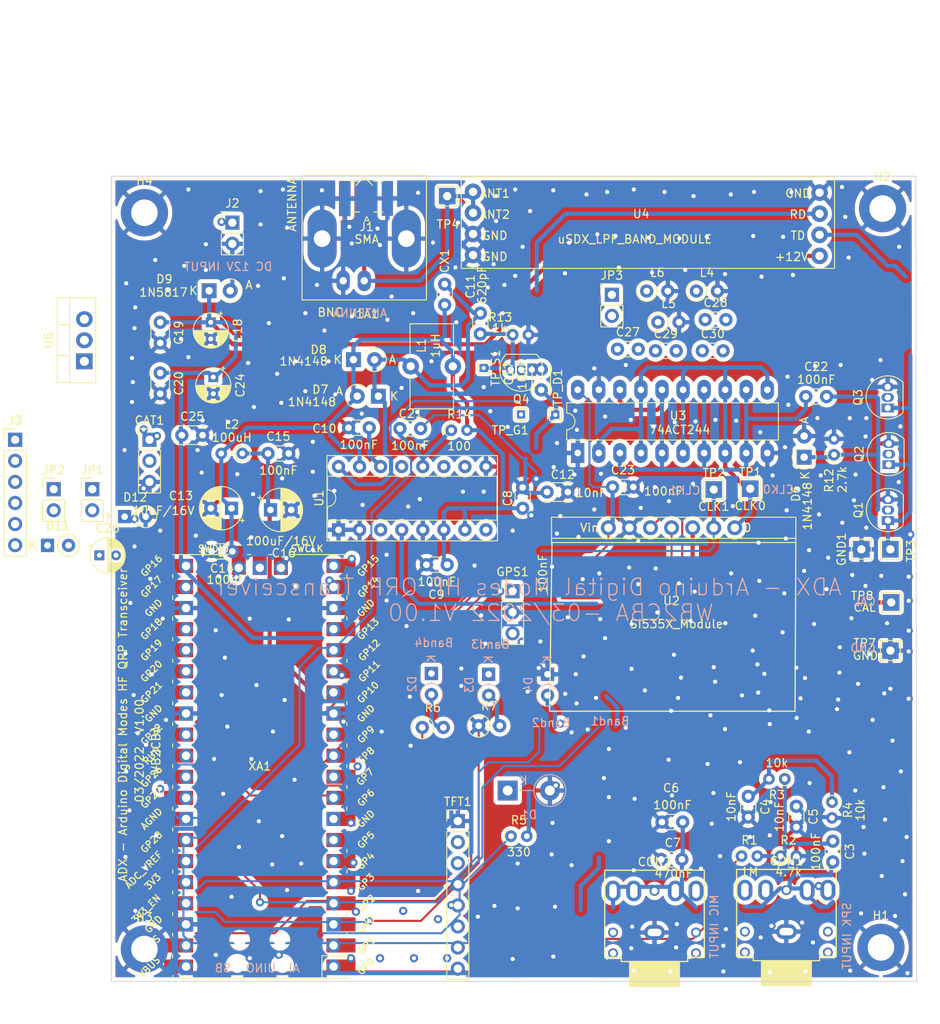
<source format=kicad_pcb>
(kicad_pcb (version 20211014) (generator pcbnew)
  (layers (0 "F.Cu" signal) (31 "B.Cu" signal) (34 "B.Paste" user) (35 "F.Paste" user) (36 "B.SilkS" user "B.Silkscreen") (37 "F.SilkS" user "F.Silkscreen") (38 "B.Mask" user) (39 "F.Mask" user) (44 "Edge.Cuts" user))
  (net 0 "")
  (net 1 "GNDPWR")
  (net 2 "+5V")
  (net 3 "Net-(C6-Pad1)")
  (net 4 "FSK")
  (net 5 "RXA")
  (net 6 "Net-(C11-Pad2)")
  (net 7 "Net-(C11-Pad1)")
  (net 8 "RX")
  (net 9 "RXSW")
  (net 10 "RX_OSC")
  (net 11 "Net-(C21-Pad1)")
  (net 12 "Net-(J1-Pad1)")
  (net 13 "TD_IN")
  (net 14 "+3.3V")
  (net 15 "Net-(TP1-Pad1)")
  (net 16 "Net-(C20-Pad1)")
  (net 17 "SCL")
  (net 18 "SDA")
  (net 19 "Net-(C3-Pad2)")
  (net 20 "Net-(C3-Pad1)")
  (net 21 "Net-(C4-Pad1)")
  (net 22 "Net-(C17-Pad1)")
  (net 23 "Net-(C22-Pad2)")
  (net 24 "Net-(C22-Pad1)")
  (net 25 "RXB")
  (net 26 "Net-(C26-Pad2)")
  (net 27 "Net-(CAT1-Pad1)")
  (net 28 "Net-(CAT1-Pad2)")
  (net 29 "Net-(D9-Pad2)")
  (net 30 "Net-(C13-Pad1)")
  (net 31 "Net-(C10-Pad2)")
  (net 32 "Net-(D3-Pad1)")
  (net 33 "Net-(D11-Pad2)")
  (net 34 "Net-(J3-Pad1)")
  (net 35 "Net-(J3-Pad2)")
  (net 36 "Net-(J3-Pad3)")
  (net 37 "Net-(JP1-Pad1)")
  (net 38 "Net-(JP2-Pad1)")
  (net 39 "Net-(JP2-Pad2)")
  (net 46 "unconnected-(XA1-Pad2)")
  (net 47 "Net-(XA1-Pad11)")
  (net 48 "Net-(TFT1-Pad2)")
  (net 49 "Net-(TFT1-Pad3)")
  (net 50 "Net-(TFT1-Pad4)")
  (net 51 "Net-(TFT1-Pad5)")
  (net 52 "unconnected-(XA1-Pad8)")
  (net 53 "unconnected-(XA1-Pad3)")
  (net 56 "unconnected-(XA1-Pad15)")
  (net 57 "unconnected-(XA1-Pad19)")
  (net 65 "Net-(C17-Pad2)")
  (net 66 "Net-(C27-Pad2)")
  (net 67 "Net-(C28-Pad2)")
  (net 68 "Net-(C29-Pad2)")
  (net 73 "Net-(TFT1-Pad6)")
  (net 74 "Net-(TFT1-Pad7)")
  (footprint "footprints:PJ-307" (layer "F.Cu") (at 140.2 101 90)
    (fp_text reference "CON1")
    (fp_text value "SPK")
  )
  (footprint "footprints:PJ-307" (layer "F.Cu") (at 124.3 101.1 90)
    (fp_text reference "CON2")
    (fp_text value "MIC")
  )
  (footprint "MountingHole:MountingHole_3.2mm_M3_ISO7380_Pad" (layer "F.Cu") (at 151.6 105.9)
    (fp_text reference "H1")
    (fp_text value "MountingHole_Pad")
  )
  (footprint "MountingHole:MountingHole_3.2mm_M3_ISO7380_Pad" (layer "F.Cu") (at 151.8 16.9)
    (fp_text reference "H2")
    (fp_text value "MountingHole_Pad")
  )
  (footprint "MountingHole:MountingHole_3.2mm_M3_ISO7380_Pad" (layer "F.Cu") (at 62.8 106.1)
    (fp_text reference "H3")
    (fp_text value "MountingHole_Pad")
  )
  (footprint "MountingHole:MountingHole_3.2mm_M3_ISO7380_Pad" (layer "F.Cu") (at 62.8 17.4)
    (fp_text reference "H4")
    (fp_text value "MountingHole_Pad")
  )
  (footprint "SMA_EDGE:SMA_Samtec_SMA-J-P-X-ST-EM1_EdgeMount" (layer "F.Cu") (at 89.6 15.6 180)
    (fp_text reference "J1")
    (fp_text value "SMA")
  )
  (footprint "Connector_PinHeader_2.54mm:PinHeader_1x02_P2.54mm_Vertical" (layer "F.Cu") (at 73.4 18.6)
    (fp_text reference "J2")
    (fp_text value "12v (Max 18v)")
  )
  (footprint "Connector_Coaxial:BNC_Amphenol_B6252HB-NPP3G-50_Horizontal" (layer "F.Cu") (at 89.3 25.6)
    (fp_text reference "J1A1")
    (fp_text value "BNC")
  )
  (footprint "Package_TO_SOT_THT:TO-92_Inline" (layer "F.Cu") (at 152.44 54.486 90)
    (fp_text reference "Q1")
    (fp_text value "BS170")
  )
  (footprint "Package_TO_SOT_THT:TO-92_Inline" (layer "F.Cu") (at 152.54 47.746 90)
    (fp_text reference "Q2")
    (fp_text value "BS170")
  )
  (footprint "Package_TO_SOT_THT:TO-92_Inline" (layer "F.Cu") (at 152.41 40.916 90)
    (fp_text reference "Q3")
    (fp_text value "BS170")
  )
  (footprint "Package_TO_SOT_THT:TO-92_Inline" (layer "F.Cu") (at 109.5 36.3 180)
    (fp_text reference "Q4")
    (fp_text value "BS170")
  )
  (footprint "Package_DIP:DIP-16_W7.62mm_Socket" (layer "F.Cu") (at 86.2 55.6 90)
    (fp_text reference "U1")
    (fp_text value "CD2003GB_GP")
  )
  (footprint "VFO_footprint:SI5351 Module_Vertical" (layer "F.Cu") (at 112.64 61.446)
    (fp_text reference "U2")
    (fp_text value "SI535X_Module")
  )
  (footprint "Package_DIP:DIP-20_W7.62mm_LongPads" (layer "F.Cu") (at 115.04 46.346 90)
    (fp_text reference "U3")
    (fp_text value "74ACT244")
  )
  (footprint "uSDX_LPF_BAND_MODULE:uSDX_LPF_Band_Module" (layer "F.Cu") (at 147 56.1 180)
    (fp_text reference "U4")
    (fp_text value "uSDX_LPF_BAND_MODULE")
  )
  (footprint "footprints:RPi_Pico_SMD_TH" (layer "F.Cu") (at 76.708 84.074 180)
    (fp_text reference "XA1")
    (fp_text value "Pico")
  )
  (footprint "Capacitor_THT:C_Disc_D3.0mm_W1.6mm_P2.50mm" (layer "F.Cu") (at 145.8 93.1 -90)
    (fp_text reference "C3")
    (fp_text value "100nF")
  )
  (footprint "Capacitor_THT:C_Disc_D3.0mm_W1.6mm_P2.50mm" (layer "F.Cu") (at 135.6 87.7 -90)
    (fp_text reference "C4")
    (fp_text value "10nF")
  )
  (footprint "Capacitor_THT:C_Disc_D3.0mm_W1.6mm_P2.50mm" (layer "F.Cu") (at 141.4 88.9 -90)
    (fp_text reference "C5")
    (fp_text value "10nF")
  )
  (footprint "Capacitor_THT:C_Disc_D3.0mm_W1.6mm_P2.50mm" (layer "F.Cu") (at 127.7 90.8 180)
    (fp_text reference "C6")
    (fp_text value "100nF")
  )
  (footprint "Capacitor_THT:C_Disc_D3.0mm_W1.6mm_P2.50mm" (layer "F.Cu") (at 127.6 95.3 180)
    (fp_text reference "C7")
    (fp_text value "470nF")
  )
  (footprint "Capacitor_THT:C_Disc_D3.0mm_W1.6mm_P2.50mm" (layer "F.Cu") (at 119.24 50.446)
    (fp_text reference "C23")
    (fp_text value "100nF")
  )
  (footprint "Capacitor_THT:C_Disc_D3.0mm_W1.6mm_P2.50mm" (layer "F.Cu") (at 145.04 39.546 180)
    (fp_text reference "C22")
    (fp_text value "100nF")
  )
  (footprint "Capacitor_THT:CP_Radial_D4.0mm_P2.00mm" (layer "F.Cu") (at 70.8 30.6 -90)
    (fp_text reference "C18")
    (fp_text value "10uF/16V")
  )
  (footprint "Capacitor_THT:C_Disc_D3.0mm_W2.0mm_P2.50mm" (layer "F.Cu") (at 64.7 30.6 -90)
    (fp_text reference "C19")
    (fp_text value "100nF")
  )
  (footprint "Capacitor_THT:C_Disc_D3.0mm_W2.0mm_P2.50mm" (layer "F.Cu") (at 64.7 36.7 -90)
    (fp_text reference "C20")
    (fp_text value "100nF")
  )
  (footprint "Capacitor_THT:CP_Radial_D4.0mm_P2.00mm" (layer "F.Cu") (at 71.1 37.2 -90)
    (fp_text reference "C24")
    (fp_text value "100uF/16V")
  )
  (footprint "Capacitor_THT:C_Disc_D3.0mm_W2.0mm_P2.50mm" (layer "F.Cu") (at 110.64 38.746 90)
    (fp_text reference "C17")
    (fp_text value "10nF")
  )
  (footprint "Capacitor_THT:C_Disc_D3.0mm_W2.0mm_P2.50mm" (layer "F.Cu") (at 111.34 51.046)
    (fp_text reference "C12")
    (fp_text value "10nF")
  )
  (footprint "Capacitor_THT:C_Disc_D3.0mm_W1.6mm_P2.50mm" (layer "F.Cu") (at 103.3 32 90)
    (fp_text reference "C11")
    (fp_text value "620pF")
  )
  (footprint "Capacitor_THT:C_Disc_D3.0mm_W1.6mm_P2.50mm" (layer "F.Cu") (at 87.4 43.3)
    (fp_text reference "C10")
    (fp_text value "100nF")
  )
  (footprint "Capacitor_THT:C_Disc_D3.0mm_W1.6mm_P2.50mm" (layer "F.Cu") (at 108.4 50.5 -90)
    (fp_text reference "C8")
    (fp_text value "100nF")
  )
  (footprint "Capacitor_THT:C_Disc_D3.0mm_W1.6mm_P2.50mm" (layer "F.Cu") (at 93.6 43.4)
    (fp_text reference "C21")
    (fp_text value "100nF")
  )
  (footprint "Capacitor_THT:C_Disc_D3.0mm_W1.6mm_P2.50mm" (layer "F.Cu") (at 96.8 59.8)
    (fp_text reference "C9")
    (fp_text value "100nF")
  )
  (footprint "Capacitor_THT:CP_Radial_D5.0mm_P2.50mm" (layer "F.Cu") (at 73.3 53 180)
    (fp_text reference "C13")
    (fp_text value "10uF/16V")
  )
  (footprint "Capacitor_THT:C_Disc_D3.0mm_W1.6mm_P2.50mm" (layer "F.Cu") (at 73.4 58.2 180)
    (fp_text reference "C14")
    (fp_text value "100nF")
  )
  (footprint "Capacitor_THT:C_Disc_D3.0mm_W1.6mm_P2.50mm" (layer "F.Cu") (at 77.7 46.4)
    (fp_text reference "C15")
    (fp_text value "100nF")
  )
  (footprint "Capacitor_THT:CP_Radial_D5.0mm_P2.50mm" (layer "F.Cu") (at 78 53.2)
    (fp_text reference "C16")
    (fp_text value "100uF/16V")
  )
  (footprint "Capacitor_THT:C_Disc_D3.0mm_W1.6mm_P2.50mm" (layer "F.Cu") (at 99 26 -90)
    (fp_text reference "CX1")
    (fp_text value "  ")
  )
  (footprint "Diode_THT:D_A-405_P2.54mm_Vertical_AnodeUp" (layer "F.Cu") (at 142.34 46.846 90)
    (fp_text reference "D6")
    (fp_text value "1N4148")
  )
  (footprint "Diode_THT:D_A-405_P2.54mm_Vertical_KathodeUp" (layer "F.Cu") (at 91 39.5 180)
    (fp_text reference "D7")
    (fp_text value "1N4148")
  )
  (footprint "Diode_THT:D_A-405_P2.54mm_Vertical_KathodeUp" (layer "F.Cu") (at 88 35.1)
    (fp_text reference "D8")
    (fp_text value "1N4148")
  )
  (footprint "Diode_THT:D_A-405_P2.54mm_Vertical_KathodeUp" (layer "F.Cu") (at 70.6 26.8)
    (fp_text reference "D9")
    (fp_text value "1N5817")
  )
  (footprint "Resistor_THT:R_Axial_DIN0204_L3.6mm_D1.6mm_P2.54mm_Vertical" (layer "F.Cu") (at 74.6 46.4 180)
    (fp_text reference "L2")
    (fp_text value "100uH")
  )
  (footprint "Inductor_THT:L_Toroid_Vertical_L10.0mm_W5.0mm_P5.08mm" (layer "F.Cu") (at 94.9 35.9 90)
    (fp_text reference "L1")
    (fp_text value "1uH")
  )
  (footprint "Resistor_THT:R_Axial_DIN0204_L3.6mm_D1.6mm_P1.90mm_Vertical" (layer "F.Cu") (at 134.8 94.9)
    (fp_text reference "R1")
    (fp_text value "1M")
  )
  (footprint "Resistor_THT:R_Axial_DIN0204_L3.6mm_D1.6mm_P1.90mm_Vertical" (layer "F.Cu") (at 139.5 94.9)
    (fp_text reference "R2")
    (fp_text value "4.7k")
  )
  (footprint "Resistor_THT:R_Axial_DIN0204_L3.6mm_D1.6mm_P1.90mm_Vertical" (layer "F.Cu") (at 140 85.6 180)
    (fp_text reference "R3")
    (fp_text value "10k")
  )
  (footprint "Resistor_THT:R_Axial_DIN0204_L3.6mm_D1.6mm_P1.90mm_Vertical" (layer "F.Cu") (at 145.7 88.4 -90)
    (fp_text reference "R4")
    (fp_text value "10k")
  )
  (footprint "Resistor_THT:R_Axial_DIN0204_L3.6mm_D1.6mm_P1.90mm_Vertical" (layer "F.Cu") (at 107 92.5)
    (fp_text reference "R5")
    (fp_text value "330")
  )
  (footprint "Resistor_THT:R_Axial_DIN0207_L6.3mm_D2.5mm_P2.54mm_Vertical" (layer "F.Cu") (at 96.3 79.4)
    (fp_text reference "R6")
    (fp_text value "10k")
  )
  (footprint "Resistor_THT:R_Axial_DIN0207_L6.3mm_D2.5mm_P2.54mm_Vertical" (layer "F.Cu") (at 103.1 79.2)
    (fp_text reference "R7")
    (fp_text value "10k")
  )
  (footprint "Resistor_THT:R_Axial_DIN0204_L3.6mm_D1.6mm_P1.90mm_Vertical" (layer "F.Cu") (at 145.94 46.546 90)
    (fp_text reference "R12")
    (fp_text value "2.7k")
  )
  (footprint "Resistor_THT:R_Axial_DIN0204_L3.6mm_D1.6mm_P1.90mm_Vertical" (layer "F.Cu") (at 107.2 32.1)
    (fp_text reference "R13")
    (fp_text value "1k")
  )
  (footprint "Resistor_THT:R_Axial_DIN0204_L3.6mm_D1.6mm_P1.90mm_Vertical" (layer "F.Cu") (at 99.8 43.6)
    (fp_text reference "R14")
    (fp_text value "100")
  )
  (footprint "TestPoint:TestPoint_THTPad_2.0x2.0mm_Drill1.0mm" (layer "F.Cu") (at 135.84 50.646)
    (fp_text reference "TP1")
    (fp_text value "CLK0")
  )
  (footprint "TestPoint:TestPoint_THTPad_2.0x2.0mm_Drill1.0mm" (layer "F.Cu") (at 131.44 50.746)
    (fp_text reference "TP2")
    (fp_text value "CLK1")
  )
  (footprint "TestPoint:TestPoint_THTPad_2.0x2.0mm_Drill1.0mm" (layer "F.Cu") (at 152.74 57.946)
    (fp_text reference "TP3")
    (fp_text value "TestPoint")
  )
  (footprint "TestPoint:TestPoint_THTPad_2.0x2.0mm_Drill1.0mm" (layer "F.Cu") (at 99.3 15.4)
    (fp_text reference "TP4")
    (fp_text value "TestPoint")
  )
  (footprint "TestPoint:TestPoint_THTPad_2.0x2.0mm_Drill1.0mm" (layer "F.Cu") (at 152.74 70.146)
    (fp_text reference "TP7")
    (fp_text value "GND")
  )
  (footprint "TestPoint:TestPoint_THTPad_2.0x2.0mm_Drill1.0mm" (layer "F.Cu") (at 152.84 64.346)
    (fp_text reference "TP8")
    (fp_text value "CAL")
  )
  (footprint "TestPoint:TestPoint_THTPad_1.0x1.0mm_Drill0.5mm" (layer "F.Cu") (at 112.34 41.746 90)
    (fp_text reference "TP_D1")
    (fp_text value " ")
  )
  (footprint "TestPoint:TestPoint_THTPad_1.0x1.0mm_Drill0.5mm" (layer "F.Cu") (at 108.2 41.7 180)
    (fp_text reference "TP_G1")
    (fp_text value " ")
  )
  (footprint "TestPoint:TestPoint_THTPad_1.0x1.0mm_Drill0.5mm" (layer "F.Cu") (at 103.7 36.1 -90)
    (fp_text reference "TP_S1")
    (fp_text value " ")
  )
  (footprint "TestPoint:TestPoint_THTPad_2.0x2.0mm_Drill1.0mm" (layer "F.Cu") (at 149.24 57.946)
    (fp_text reference "GND1")
    (fp_text value " ")
  )
  (footprint "Inductor_THT:L_Axial_L5.3mm_D2.2mm_P2.54mm_Vertical_Vishay_IM-1" (layer "F.Cu") (at 123.358 26.836)
    (fp_text reference "L6")
    (fp_text value "2.2uH")
  )
  (footprint "Connector_PinHeader_2.54mm:PinHeader_1x02_P2.54mm_Vertical" (layer "F.Cu") (at 51.86 50.706)
    (fp_text reference "JP2")
    (fp_text value "Jumper_2_Open")
  )
  (footprint "Package_TO_SOT_THT:TO-220-3_Vertical" (layer "F.Cu") (at 55.555 35.306 90)
    (fp_text reference "U5")
    (fp_text value "CDIL_7805_TO220")
  )
  (footprint "Capacitor_THT:CP_Radial_D4.0mm_P2.00mm" (layer "F.Cu") (at 57.364801 58.666)
    (fp_text reference "C26")
    (fp_text value "10uF")
  )
  (footprint "Capacitor_THT:C_Disc_D3.0mm_W2.0mm_P2.50mm" (layer "F.Cu") (at 67.31 44.196)
    (fp_text reference "C25")
    (fp_text value "100nF")
  )
  (footprint "Capacitor_THT:C_Disc_D3.0mm_W1.6mm_P2.50mm" (layer "F.Cu") (at 124.418 34.036)
    (fp_text reference "C29")
    (fp_text value "820")
  )
  (footprint "Capacitor_THT:C_Disc_D3.0mm_W1.6mm_P2.50mm" (layer "F.Cu") (at 130.408 30.286)
    (fp_text reference "C28")
    (fp_text value "820")
  )
  (footprint "Connector_PinHeader_2.54mm:PinHeader_1x08_P2.54mm_Vertical" (layer "F.Cu") (at 100.584 90.678)
    (fp_text reference "TFT1")
    (fp_text value "Conn_01x08")
  )
  (footprint "Diode_THT:D_DO-35_SOD27_P2.54mm_Vertical_KathodeUp" (layer "F.Cu") (at 51.11 57.467371)
    (fp_text reference "D11")
    (fp_text value "1N4148")
  )
  (footprint "Connector_PinHeader_2.54mm:PinHeader_1x06_P2.54mm_Vertical" (layer "F.Cu") (at 47.21 44.746)
    (fp_text reference "J3")
    (fp_text value "IO")
  )
  (footprint "Inductor_THT:L_Axial_L5.3mm_D2.2mm_P2.54mm_Vertical_Vishay_IM-1" (layer "F.Cu") (at 124.718 30.586)
    (fp_text reference "L5")
    (fp_text value "2.2uH")
  )
  (footprint "Connector_PinHeader_2.54mm:PinHeader_1x02_P2.54mm_Vertical" (layer "F.Cu") (at 119.158 27.286)
    (fp_text reference "JP3")
    (fp_text value "Filter-Skip")
  )
  (footprint "Diode_THT:D_DO-35_SOD27_P2.54mm_Vertical_KathodeUp" (layer "F.Cu") (at 60.41 54.007371)
    (fp_text reference "D12")
    (fp_text value "1N4148")
  )
  (footprint "Connector_PinHeader_2.54mm:PinHeader_1x02_P2.54mm_Vertical" (layer "F.Cu") (at 56.51 50.706)
    (fp_text reference "JP1")
    (fp_text value "Jumper_2_Open")
  )
  (footprint "Connector_PinHeader_2.54mm:PinHeader_1x03_P2.54mm_Vertical" (layer "F.Cu") (at 107.188 62.992)
    (fp_text reference "GPS1")
    (fp_text value "Conn_01x02")
  )
  (footprint "Inductor_THT:L_Axial_L5.3mm_D2.2mm_P2.54mm_Vertical_Vishay_IM-1" (layer "F.Cu") (at 129.348 26.836)
    (fp_text reference "L4")
    (fp_text value "2.2uH")
  )
  (footprint "Capacitor_THT:C_Disc_D3.0mm_W1.6mm_P2.50mm" (layer "F.Cu") (at 130.068 34.036)
    (fp_text reference "C30")
    (fp_text value "2.2nF")
  )
  (footprint "Connector_PinHeader_2.54mm:PinHeader_1x03_P2.54mm_Vertical" (layer "F.Cu") (at 63.41 44.746)
    (fp_text reference "CAT1")
    (fp_text value "CAT")
  )
  (footprint "Capacitor_THT:C_Disc_D3.0mm_W1.6mm_P2.50mm" (layer "F.Cu") (at 119.838 33.836)
    (fp_text reference "C27")
    (fp_text value "2.2nF")
  )
  (footprint "Diode_THT:D_DO-15_P5.08mm_Vertical_KathodeUp" (layer "B.Cu") (at 106.6 87)
    (fp_text reference "D1")
    (fp_text value "5.6V 5W")
  )
  (footprint "Diode_THT:D_DO-35_SOD27_P2.54mm_Vertical_KathodeUp" (layer "B.Cu") (at 97.4 72.9 -90)
    (fp_text reference "D2")
    (fp_text value "1N4001")
  )
  (footprint "Diode_THT:D_DO-35_SOD27_P2.54mm_Vertical_KathodeUp" (layer "B.Cu") (at 104.3 73 -90)
    (fp_text reference "D3")
    (fp_text value "1N4148")
  )
  (footprint "Diode_THT:D_DO-35_SOD27_P2.54mm_Vertical_KathodeUp" (layer "B.Cu") (at 111.4 73 -90)
    (fp_text reference "D4")
    (fp_text value "1N4148")
  )
  (gr_line (start 111.64 77.446) (end 141.24 77.446) (layer "F.SilkS") (width 0.15))
  (gr_line (start 141.24 77.446) (end 141.342 57.128) (layer "F.SilkS") (width 0.15))
  (gr_line (start 111.94 57.146) (end 111.64 77.446) (layer "F.SilkS") (width 0.15))
  (gr_line (start 58.8 13) (end 58.8 110) (layer "Edge.Cuts") (width 0.1))
  (gr_line (start 58.8 110) (end 155.9 110) (layer "Edge.Cuts") (width 0.1))
  (gr_line (start 155.8 13) (end 58.8 13) (layer "Edge.Cuts") (width 0.1))
  (gr_line (start 155.9 110) (end 155.8 13) (layer "Edge.Cuts") (width 0.1))
  (gr_text "Band1" (at 118.94 78.646) (layer "B.SilkS") (effects (font (size 1 1)) (justify mirror)))
  (gr_text "ADX - Arduino Digital Modes HF QRP Transceiver" (at 109.1 62.5) (layer "B.SilkS") (effects (font (size 2 2)) (justify mirror)))
  (gr_text "Band2" (at 111.84 78.846) (layer "B.SilkS") (effects (font (size 1 1)) (justify mirror)))
  (gr_text "CAL" (at 149.64 64.246) (layer "B.SilkS") (effects (font (size 1 1)) (justify mirror)))
  (gr_text "SPK INPUT" (at 147.5 104.5 90) (layer "B.SilkS") (effects (font (size 1 1)) (justify mirror)))
  (gr_text "CLK0" (at 139.24 50.746) (layer "B.SilkS") (effects (font (size 1 1)) (justify mirror)))
  (gr_text "ANTENNA" (at 88.8 29.5) (layer "B.SilkS") (effects (font (size 1 1)) (justify mirror)))
  (gr_text "Band3" (at 104.5 69.4) (layer "B.SilkS") (effects (font (size 1 1)) (justify mirror)))
  (gr_text "CLK1" (at 127.94 50.846) (layer "B.SilkS") (effects (font (size 1 1)) (justify mirror)))
  (gr_text "WB2CBA -03/2022 V1.00" (at 111.8 65.6) (layer "B.SilkS") (effects (font (size 2 2)) (justify mirror)))
  (gr_text "DC 12V INPUT" (at 72.9 23.9) (layer "B.SilkS") (effects (font (size 1 1)) (justify mirror)))
  (gr_text "ARDUINO USB" (at 76.4 108.4) (layer "B.SilkS") (effects (font (size 1 1)) (justify mirror)))
  (gr_text "MIC INPUT" (at 131.5 103.4 90) (layer "B.SilkS") (effects (font (size 1 1)) (justify mirror)))
  (gr_text "GND" (at 149.44 69.846) (layer "B.SilkS") (effects (font (size 1 1)) (justify mirror)))
  (gr_text "Band4" (at 97.7 69.2) (layer "B.SilkS") (effects (font (size 1 1)) (justify mirror)))
  (gr_text "WB2CBA" (at 64.2 82.2 90) (layer "F.SilkS") (effects (font (size 1 1))))
  (gr_text "ADX - Arduino Digital Modes HF QRP Transceiver" (at 60.2 79.1 90) (layer "F.SilkS") (effects (font (size 1 1))))
  (gr_text "ANTENNA" (at 80.6 16.4 90) (layer "F.SilkS") (effects (font (size 1 1))))
  (gr_text "A" (at 86.3 38.9) (layer "F.SilkS") (effects (font (size 1 1))))
  (gr_text "A" (at 92.7 35.1) (layer "F.SilkS") (effects (font (size 1 1))))
  (gr_text "K" (at 142.44 49.046 90) (layer "F.SilkS") (effects (font (size 1 1))))
  (gr_text "A" (at 75.4 26.1) (layer "F.SilkS") (effects (font (size 1 1))))
  (gr_text "03/2022  V1.00" (at 62.2 82.2 90) (layer "F.SilkS") (effects (font (size 1 1))))
  (segment (start 119.8 76.94) (end 119.8 79) (width 0.5) (layer "B.Cu") (net 0))
  (segment (start 118.5 75.64) (end 119.8 76.94) (width 0.5) (layer "B.Cu") (net 0))
  (segment (start 119.8 79) (end 119.6 79.2) (width 0.5) (layer "B.Cu") (net 0))
  (segment (start 94.4 67.5) (end 94.4 67.2) (width 0.25) (layer "F.Cu") (net 1))
  (segment (start 103.9 69.3) (end 103.9 69.3) (width 0.5) (layer "F.Cu") (net 1))
  (segment (start 70.168601 77.601399) (end 84.627731 77.601399) (width 0.25) (layer "F.Cu") (net 1))
  (segment (start 112.7 108.8) (end 82.3 108.8) (width 0.25) (layer "F.Cu") (net 1))
  (segment (start 84.627731 77.601399) (end 88.6 73.62913) (width 0.25) (layer "F.Cu") (net 1))
  (segment (start 90.77087 73.62913) (end 94.4 70) (width 0.25) (layer "F.Cu") (net 1))
  (segment (start 82.05 101.65) (end 84.22 101.65) (width 0.25) (layer "F.Cu") (net 1))
  (segment (start 94.4 70) (end 94.4 67.5) (width 0.25) (layer "F.Cu") (net 1))
  (segment (start 88.6 73.62913) (end 90.77087 73.62913) (width 0.25) (layer "F.Cu") (net 1))
  (segment (start 82.3 108.8) (end 80.8 107.3) (width 0.25) (layer "F.Cu") (net 1))
  (segment (start 88.6 69.3) (end 91.525001 66.374999) (width 0.25) (layer "F.Cu") (net 1))
  (segment (start 80.8 102.9) (end 82.05 101.65) (width 0.25) (layer "F.Cu") (net 1))
  (segment (start 117.6 95.1) (end 117.6 88.302002) (width 0.5) (layer "F.Cu") (net 1))
  (segment (start 128.925001 104.874999) (end 116.625001 104.874999) (width 0.25) (layer "F.Cu") (net 1))
  (segment (start 106.4 69.3) (end 103.9 69.3) (width 0.5) (layer "F.Cu") (net 1))
  (segment (start 132.4 97.3) (end 132.4 101.4) (width 0.25) (layer "F.Cu") (net 1))
  (segment (start 107.3 78.002002) (end 107.3 70.2) (width 0.5) (layer "F.Cu") (net 1))
  (segment (start 80.8 107.3) (end 80.8 102.9) (width 0.25) (layer "F.Cu") (net 1))
  (segment (start 132.4 101.4) (end 128.925001 104.874999) (width 0.25) (layer "F.Cu") (net 1))
  (segment (start 98.823589 66.374999) (end 115.598588 49.6) (width 0.25) (layer "F.Cu") (net 1))
  (segment (start 117.6 88.302002) (end 107.3 78.002002) (width 0.5) (layer "F.Cu") (net 1))
  (segment (start 68.98 78.79) (end 70.168601 77.601399) (width 0.25) (layer "F.Cu") (net 1))
  (segment (start 116.625001 104.874999) (end 112.7 108.8) (width 0.25) (layer "F.Cu") (net 1))
  (segment (start 107.3 70.2) (end 106.4 69.3) (width 0.5) (layer "F.Cu") (net 1))
  (segment (start 91.525001 66.374999) (end 98.823589 66.374999) (width 0.25) (layer "F.Cu") (net 1))
  (segment (start 134.8 94.9) (end 132.4 97.3) (width 0.25) (layer "F.Cu") (net 1))
  (via (at 133.74 52.746) (size 1) (drill 0.5) (layers "F.Cu" "B.Cu") (net 1))
  (via (at 126.2 108.8) (size 1) (drill 0.5) (layers "F.Cu" "B.Cu") (net 1))
  (via (at 121.54 66.946) (size 1) (drill 0.5) (layers "F.Cu" "B.Cu") (net 1))
  (via (at 65.4 78.5) (size 1) (drill 0.5) (layers "F.Cu" "B.Cu") (net 1))
  (via (at 69.8 42.4) (size 1) (drill 0.5) (layers "F.Cu" "B.Cu") (net 1))
  (via (at 69.7 48.7) (size 1) (drill 0.5) (layers "F.Cu" "B.Cu") (net 1))
  (via (at 148.04 66.246) (size 1) (drill 0.5) (layers "F.Cu" "B.Cu") (net 1))
  (via (at 75.7 56.5) (size 1) (drill 0.5) (layers "F.Cu" "B.Cu") (net 1))
  (via (at 135.8 92.6) (size 1) (drill 0.5) (layers "F.Cu" "B.Cu") (net 1))
  (via (at 147.7 22.8) (size 1) (drill 0.5) (layers "F.Cu" "B.Cu") (net 1))
  (via (at 148.34 52.046) (size 1) (drill 0.5) (layers "F.Cu" "B.Cu") (net 1))
  (via (at 126.3 77.4) (size 1) (drill 0.5) (layers "F.Cu" "B.Cu") (net 1))
  (via (at 153.74 49.846) (size 1) (drill 0.5) (layers "F.Cu" "B.Cu") (net 1))
  (via (at 97.3 62.2) (size 1) (drill 0.5) (layers "F.Cu" "B.Cu") (net 1))
  (via (at 132.6 108.8) (size 1) (drill 0.5) (layers "F.Cu" "B.Cu") (net 1))
  (via (at 110.04 49.446) (size 1) (drill 0.5) (layers "F.Cu" "B.Cu") (net 1))
  (via (at 78.2 95.9) (size 1) (drill 0.5) (layers "F.Cu" "B.Cu") (net 1))
  (via (at 146.44 76.046) (size 1) (drill 0.5) (layers "F.Cu" "B.Cu") (net 1))
  (via (at 89.1 52.6) (size 1) (drill 0.5) (layers "F.Cu" "B.Cu") (net 1))
  (via (at 136.3 14.9) (size 1) (drill 0.5) (layers "F.Cu" "B.Cu") (net 1))
  (via (at 140.34 37.146) (size 1) (drill 0.5) (layers "F.Cu" "B.Cu") (net 1))
  (via (at 136.7 71.8) (size 1) (drill 0.5) (layers "F.Cu" "B.Cu") (net 1))
  (via (at 118.8 82) (size 1) (drill 0.5) (layers "F.Cu" "B.Cu") (net 1))
  (via (at 94.4 67.2) (size 1) (drill 0.5) (layers "F.Cu" "B.Cu") (net 1))
  (via (at 96 51.9) (size 1) (drill 0.5) (layers "F.Cu" "B.Cu") (net 1))
  (via (at 77.8 30.7) (size 1) (drill 0.5) (layers "F.Cu" "B.Cu") (net 1))
  (via (at 113.5 24.7) (size 1) (drill 0.5) (layers "F.Cu" "B.Cu") (net 1))
  (via (at 147.8 82.4) (size 1) (drill 0.5) (layers "F.Cu" "B.Cu") (net 1))
  (via (at 117.4 20) (size 1) (drill 0.5) (layers "F.Cu" "B.Cu") (net 1))
  (via (at 146.74 35.746) (size 1) (drill 0.5) (layers "F.Cu" "B.Cu") (net 1))
  (via (at 154.5 99.5) (size 1) (drill 0.5) (layers "F.Cu" "B.Cu") (net 1))
  (via (at 150.6 78.5) (size 1) (drill 0.5) (layers "F.Cu" "B.Cu") (net 1))
  (via (at 121.9 88) (size 1) (drill 0.5) (layers "F.Cu" "B.Cu") (net 1))
  (via (at 108.4 21.5) (size 1) (drill 0.5) (layers "F.Cu" "B.Cu") (net 1))
  (via (at 146.64 69.746) (size 1) (drill 0.5) (layers "F.Cu" "B.Cu") (net 1))
  (via (at 79.5 14.6) (size 1) (drill 0.5) (layers "F.Cu" "B.Cu") (net 1))
  (via (at 148.54 48.946) (size 1) (drill 0.5) (layers "F.Cu" "B.Cu") (net 1))
  (via (at 72.1 75.5) (size 1) (drill 0.5) (layers "F.Cu" "B.Cu") (net 1))
  (via (at 147.9 108.7) (size 1) (drill 0.5) (layers "F.Cu" "B.Cu") (net 1))
  (via (at 134.84 75.546) (size 1) (drill 0.5) (layers "F.Cu" "B.Cu") (net 1))
  (via (at 151.54 35.146) (size 1) (drill 0.5) (layers "F.Cu" "B.Cu") (net 1))
  (via (at 145.24 58.946) (size 1) (drill 0.5) (layers "F.Cu" "B.Cu") (net 1))
  (via (at 140.8 14.9) (size 1) (drill 0.5) (layers "F.Cu" "B.Cu") (net 1))
  (via (at 91.4 79.9) (size 1) (drill 0.5) (layers "F.Cu" "B.Cu") (net 1))
  (via (at 128.94 50.046) (size 1) (drill 0.5) (layers "F.Cu" "B.Cu") (net 1))
  (via (at 99.3 107.2) (size 1) (drill 0.5) (layers "F.Cu" "B.Cu") (net 1))
  (via (at 140.14 56.646) (size 1) (drill 0.5) (layers "F.Cu" "B.Cu") (net 1))
  (via (at 131.64 42.346) (size 1) (drill 0.5) (layers "F.Cu" "B.Cu") (net 1))
  (via (at 68.1 14.6) (size 1) (drill 0.5) (layers "F.Cu" "B.Cu") (net 1))
  (via (at 137.2 25.1) (size 1) (drill 0.5) (layers "F.Cu" "B.Cu") (net 1))
  (via (at 141 24.9) (size 1) (drill 0.5) (layers "F.Cu" "B.Cu") (net 1))
  (via (at 62.7 50.6) (size 1) (drill 0.5) (layers "F.Cu" "B.Cu") (net 1))
  (via (at 124.44 60.246) (size 1) (drill 0.5) (layers "F.Cu" "B.Cu") (net 1))
  (via (at 121.44 42.346) (size 1) (drill 0.5) (layers "F.Cu" "B.Cu") (net 1))
  (via (at 136.8 75.2) (size 1) (drill 0.5) (layers "F.Cu" "B.Cu") (net 1))
  (via (at 112.3 101) (size 1) (drill 0.5) (layers "F.Cu" "B.Cu") (net 1))
  (via (at 80.9 85.7) (size 1) (drill 0.5) (layers "F.Cu" "B.Cu") (net 1))
  (via (at 61.7 101.5) (size 1) (drill 0.5) (layers "F.Cu" "B.Cu") (net 1))
  (via (at 101 72.3) (size 1) (drill 0.5) (layers "F.Cu" "B.Cu") (net 1))
  (via (at 103.4 65.9) (size 1) (drill 0.5) (layers "F.Cu" "B.Cu") (net 1))
  (via (at 143.54 66.946) (size 1) (drill 0.5) (layers "F.Cu" "B.Cu") (net 1))
  (via (at 108.3 69.1) (size 1) (drill 0.5) (layers "F.Cu" "B.Cu") (net 1))
  (via (at 113.84 66.146) (size 1) (drill 0.5) (layers "F.Cu" "B.Cu") (net 1))
  (via (at 102.6 59.9) (size 1) (drill 0.5) (layers "F.Cu" "B.Cu") (net 1))
  (via (at 141.54 50.646) (size 1) (drill 0.5) (layers "F.Cu" "B.Cu") (net 1))
  (via (at 153.3 102.1) (size 1) (drill 0.5) (layers "F.Cu" "B.Cu") (net 1))
  (via (at 61.7 28.8) (size 1) (drill 0.5) (layers "F.Cu" "B.Cu") (net 1))
  (via (at 152.1 90.5) (size 1) (drill 0.5) (layers "F.Cu" "B.Cu") (net 1))
  (via (at 141.9 75.9) (size 1) (drill 0.5) (layers "F.Cu" "B.Cu") (net 1))
  (via (at 105.2 18.4) (size 1) (drill 0.5) (layers "F.Cu" "B.Cu") (net 1))
  (via (at 79.3 40.3) (size 1) (drill 0.5) (layers "F.Cu" "B.Cu") (net 1))
  (via (at 124.14 43.146) (size 1) (drill 0.5) (layers "F.Cu" "B.Cu") (net 1))
  (via (at 117.04 53.146) (size 1) (drill 0.5) (layers "F.Cu" "B.Cu") (net 1))
  (via (at 114.9 76.5) (size 1) (drill 0.5) (layers "F.Cu" "B.Cu") (net 1))
  (via (at 95.3 107.2) (size 1) (drill 0.5) (layers "F.Cu" "B.Cu") (net 1))
  (via (at 150.54 37.546) (size 1) (drill 0.5) (layers "F.Cu" "B.Cu") (net 1))
  (via (at 126 83.3) (size 1) (drill 0.5) (layers "F.Cu" "B.Cu") (net 1))
  (via (at 147.3 17.9) (size 1) (drill 0.5) (layers "F.Cu" "B.Cu") (net 1))
  (via (at 136.44 65.946) (size 1) (drill 0.5) (layers "F.Cu" "B.Cu") (net 1))
  (via (at 124 24.6) (size 1) (drill 0.5) (layers "F.Cu" "B.Cu") (net 1))
  (via (at 80 99) (size 1) (drill 0.5) (layers "F.Cu" "B.Cu") (net 1))
  (via (at 96.4 45.4) (size 1) (drill 0.5) (layers "F.Cu" "B.Cu") (net 1))
  (via (at 112.1 107) (size 1) (drill 0.5) (layers "F.Cu" "B.Cu") (net 1))
  (via (at 92 58.6) (size 1) (drill 0.5) (layers "F.Cu" "B.Cu") (net 1))
  (via (at 111.94 60.046) (size 1) (drill 0.5) (layers "F.Cu" "B.Cu") (net 1))
  (via (at 79.6 25.3) (size 1) (drill 0.5) (layers "F.Cu" "B.Cu") (net 1))
  (via (at 69.2 46) (size 1) (drill 0.5) (layers "F.Cu" "B.Cu") (net 1))
  (via (at 121.8 108.7) (size 1) (drill 0.5) (layers "F.Cu" "B.Cu") (net 1))
  (via (at 154.8 109) (size 1) (drill 0.5) (layers "F.Cu" "B.Cu") (net 1))
  (via (at 115.14 56.446) (size 1) (drill 0.5) (layers "F.Cu" "B.Cu") (net 1))
  (via (at 131.2 91) (size 1) (drill 0.5) (layers "F.Cu" "B.Cu") (net 1))
  (via (at 86.8 78.7) (size 1) (drill 0.5) (layers "F.Cu" "B.Cu") (net 1))
  (via (at 121.6 103.4) (size 1) (drill 0.5) (layers "F.Cu" "B.Cu") (net 1))
  (via (at 142.94 58.046) (size 1) (drill 0.5) (layers "F.Cu" "B.Cu") (net 1))
  (via (at 126.9 105.9) (size 1) (drill 0.5) (layers "F.Cu" "B.Cu") (net 1))
  (via (at 126.74 42.646) (size 1) (drill 0.5) (layers "F.Cu" "B.Cu") (net 1))
  (via (at 127.5 73.4) (size 1) (drill 0.5) (layers "F.Cu" "B.Cu") (net 1))
  (via (at 103 102.2) (size 1) (drill 0.5) (layers "F.Cu" "B.Cu") (net 1))
  (via (at 72.3 87.4) (size 1) (drill 0.5) (layers "F.Cu" "B.Cu") (net 1))
  (via (at 82.2 38.9) (size 1) (drill 0.5) (layers "F.Cu" "B.Cu") (net 1))
  (via (at 149.6 94.6) (size 1) (drill 0.5) (layers "F.Cu" "B.Cu") (net 1))
  (via (at 132.8 79.6) (size 1) (drill 0.5) (layers "F.Cu" "B.Cu") (net 1))
  (via (at 97.6 21) (size 1) (drill 0.5) (layers "F.Cu" "B.Cu") (net 1))
  (via (at 121.8 14.6) (size 1) (drill 0.5) (layers "F.Cu" "B.Cu") (net 1))
  (via (at 68.1 34.8) (size 1) (drill 0.5) (layers "F.Cu" "B.Cu") (net 1))
  (via (at 85 35.3) (size 1) (drill 0.5) (layers "F.Cu" "B.Cu") (net 1))
  (via (at 76.8 14.8) (size 1) (drill 0.5) (layers "F.Cu" "B.Cu") (net 1))
  (via (at 132.8 24.8) (size 1) (drill 0.5) (layers "F.Cu" "B.Cu") (net 1))
  (via (at 61 89.4) (size 1) (drill 0.5) (layers "F.Cu" "B.Cu") (net 1))
  (via (at 83.6 26.1) (size 1) (drill 0.5) (layers "F.Cu" "B.Cu") (net 1))
  (via (at 61.6 57.6) (size 1) (drill 0.5) (layers "F.Cu" "B.Cu") (net 1))
  (via (at 154.2 95.5) (size 1) (drill 0.5) (layers "F.Cu" "B.Cu") (net 1))
  (via (at 100.4 30.6) (size 1) (drill 0.5) (layers "F.Cu" "B.Cu") (net 1))
  (via (at 103.7 38.4) (size 1) (drill 0.5) (layers "F.Cu" "B.Cu") (net 1))
  (via (at 138.2 79) (size 1) (drill 0.5) (layers "F.Cu" "B.Cu") (net 1))
  (via (at 105 100.9) (size 1) (drill 0.5) (layers "F.Cu" "B.Cu") (net 1))
  (via (at 115.64 61.546) (size 1) (drill 0.5) (layers "F.Cu" "B.Cu") (net 1))
  (via (at 64.1 23.1) (size 1) (drill 0.5) (layers "F.Cu" "B.Cu") (net 1))
  (via (at 71.4 67.7) (size 1) (drill 0.5) (layers "F.Cu" "B.Cu") (net 1))
  (via (at 118.8 87.8) (size 1) (drill 0.5) (layers "F.Cu" "B.Cu") (net 1))
  (via (at 107.5 25) (size 1) (drill 0.5) (layers "F.Cu" "B.Cu") (net 1))
  (via (at 61.3 40.2) (size 1) (drill 0.5) (layers "F.Cu" "B.Cu") (net 1))
  (via (at 60.4 46) (size 1) (drill 0.5) (layers "F.Cu" "B.Cu") (net 1))
  (via (at 143.4 105.3) (size 1) (drill 0.5) (layers "F.Cu" "B.Cu") (net 1))
  (via (at 63.5 61.5) (size 1) (drill 0.5) (layers "F.Cu" "B.Cu") (net 1))
  (via (at 92.6 27.5) (size 1) (drill 0.5) (layers "F.Cu" "B.Cu") (net 1))
  (via (at 127 103.1) (size 1) (drill 0.5) (layers "F.Cu" "B.Cu") (net 1))
  (via (at 151.7 97.3) (size 1) (drill 0.5) (layers "F.Cu" "B.Cu") (net 1))
  (via (at 123.14 74.946) (size 1) (drill 0.5) (layers "F.Cu" "B.Cu") (net 1))
  (via (at 103.7 51) (size 1) (drill 0.5) (layers "F.Cu" "B.Cu") (net 1))
  (via (at 70.2 21.2) (size 1) (drill 0.5) (layers "F.Cu" "B.Cu") (net 1))
  (via (at 84.5 31.6) (size 1) (drill 0.5) (layers "F.Cu" "B.Cu") (net 1))
  (via (at 120.84 35.746) (size 1) (drill 0.5) (layers "F.Cu" "B.Cu") (net 1))
  (via (at 131.4 87.3) (size 1) (drill 0.5) (layers "F.Cu" "B.Cu") (net 1))
  (via (at 124.34 50.446) (size 1) (drill 0.5) (layers "F.Cu" "B.Cu") (net 1))
  (via (at 146.9 14.3) (size 1) (drill 0.5) (layers "F.Cu" "B.Cu") (net 1))
  (via (at 95.8 99.1) (size 1) (drill 0.5) (layers "F.Cu" "B.Cu") (net 1))
  (via (at 79.4 92.5) (size 1) (drill 0.5) (layers "F.Cu" "B.Cu") (net 1))
  (via (at 64.7 55.7) (size 1) (drill 0.5) (layers "F.Cu" "B.Cu") (net 1))
  (via (at 125.5 14.9) (size 1) (drill 0.5) (layers "F.Cu" "B.Cu") (net 1))
  (via (at 94.6 52.8) (size 1) (drill 0.5) (layers "F.Cu" "B.Cu") (net 1))
  (via (at 143.94 42.146) (size 1) (drill 0.5) (layers "F.Cu" "B.Cu") (net 1))
  (via (at 117.84 48.846) (size 1) (drill 0.5) (layers "F.Cu" "B.Cu") (net 1))
  (via (at 121.5 106) (size 1) (drill 0.5) (layers "F.Cu" "B.Cu") (net 1))
  (via (at 98.2 102.5) (size 1) (drill 0.5) (layers "F.Cu" "B.Cu") (net 1))
  (via (at 105.1 34.4) (size 1) (drill 0.5) (layers "F.Cu" "B.Cu") (net 1))
  (via (at 136.94 61.746) (size 1) (drill 0.5) (layers "F.Cu" "B.Cu") (net 1))
  (via (at 75.5 66.3) (size 1) (drill 0.5) (layers "F.Cu" "B.Cu") (net 1))
  (via (at 132.6 105.7) (size 1) (drill 0.5) (layers "F.Cu" "B.Cu") (net 1))
  (via (at 72.5 71) (size 1) (drill 0.5) (layers "F.Cu" "B.Cu") (net 1))
  (via (at 138.4 103.3) (size 1) (drill 0.5) (layers "F.Cu" "B.Cu") (net 1))
  (via (at 87.8 21.1) (size 1) (drill 0.5) (layers "F.Cu" "B.Cu") (net 1))
  (via (at 139.94 63.246) (size 1) (drill 0.5) (layers "F.Cu" "B.Cu") (net 1))
  (via (at 92.1 30.3) (size 1) (drill 0.5) (layers "F.Cu" "B.Cu") (net 1))
  (via (at 153 81) (size 1) (drill 0.5) (layers "F.Cu" "B.Cu") (net 1))
  (via (at 141.4 72.2) (size 1) (drill 0.5) (layers "F.Cu" "B.Cu") (net 1))
  (via (at 147.84 42.146) (size 1) (drill 0.5) (layers "F.Cu" "B.Cu") (net 1))
  (via (at 75.3 35.5) (size 1) (drill 0.5) (layers "F.Cu" "B.Cu") (net 1))
  (via (at 112 90.9) (size 1) (drill 0.5) (layers "F.Cu" "B.Cu") (net 1))
  (via (at 118.34 68.646) (size 1) (drill 0.5) (layers "F.Cu" "B.Cu") (net 1))
  (via (at 128.64 66.546) (size 1) (drill 0.5) (layers "F.Cu" "B.Cu") (net 1))
  (via (at 131.04 77.946) (size 1) (drill 0.5) (layers "F.Cu" "B.Cu") (net 1))
  (via (at 71.2 83.2) (size 1) (drill 0.5) (layers "F.Cu" "B.Cu") (net 1))
  (via (at 118.2 85.5) (size 1) (drill 0.5) (layers "F.Cu" "B.Cu") (net 1))
  (via (at 114.94 43.546) (size 1) (drill 0.5) (layers "F.Cu" "B.Cu") (net 1))
  (via (at 61.6 31.3) (size 1) (drill 0.5) (layers "F.Cu" "B.Cu") (net 1))
  (via (at 120.84 79.446) (size 1) (drill 0.5) (layers "F.Cu" "B.Cu") (net 1))
  (via (at 104.9 23.6) (size 1) (drill 0.5) (layers "F.Cu" "B.Cu") (net 1))
  (via (at 103.9 69.3) (size 1) (drill 0.5) (layers "F.Cu" "B.Cu") (net 1))
  (via (at 112.4 86.4) (size 1) (drill 0.5) (layers "F.Cu" "B.Cu") (net 1))
  (via (at 149.5 91.4) (size 1) (drill 0.5) (layers "F.Cu" "B.Cu") (net 1))
  (via (at 92 64.1) (size 1) (drill 0.5) (layers "F.Cu" "B.Cu") (net 1))
  (via (at 85.8 39.3) (size 1) (drill 0.5) (layers "F.Cu" "B.Cu") (net 1))
  (via (at 75.5 107.2) (size 1) (drill 0.5) (layers "F.Cu" "B.Cu") (net 1))
  (via (at 112.54 56.046) (size 1) (drill 0.5) (layers "F.Cu" "B.Cu") (net 1))
  (via (at 118.6 14.9) (size 1) (drill 0.5) (layers "F.Cu" "B.Cu") (net 1))
  (via (at 117.64 60.846) (size 1) (drill 0.5) (layers "F.Cu" "B.Cu") (net 1))
  (via (at 154.7 92.6) (size 1) (drill 0.5) (layers "F.Cu" "B.Cu") (net 1))
  (via (at 73.3 99.8) (size 1) (drill 0.5) (layers "F.Cu" "B.Cu") (net 1))
  (via (at 117.04 36.146) (size 1) (drill 0.5) (layers "F.Cu" "B.Cu") (net 1))
  (via (at 146.3 77.2) (size 1) (drill 0.5) (layers "F.Cu" "B.Cu") (net 1))
  (via (at 65 66.3) (size 1) (drill 0.5) (layers "F.Cu" "B.Cu") (net 1))
  (via (at 154.94 67.746) (size 1) (drill 0.5) (layers "F.Cu" "B.Cu") (net 1))
  (via (at 127.3 20.5) (size 1) (drill 0.5) (layers "F.Cu" "B.Cu") (net 1))
  (via (at 153.8 21.5) (size 1) (drill 0.5) (layers "F.Cu" "B.Cu") (net 1))
  (via (at 154.94 75.946) (size 1) (drill 0.5) (layers "F.Cu" "B.Cu") (net 1))
  (via (at 62 80.1) (size 1) (drill 0.5) (layers "F.Cu" "B.Cu") (net 1))
  (via (at 106.2 26.1) (size 1) (drill 0.5) (layers "F.Cu" "B.Cu") (net 1))
  (via (at 83.1 48.6) (size 1) (drill 0.5) (layers "F.Cu" "B.Cu") (net 1))
  (via (at 63 81.5) (size 1) (drill 0.5) (layers "F.Cu" "B.Cu") (net 1))
  (via (at 95.7 41.4) (size 1) (drill 0.5) (layers "F.Cu" "B.Cu") (net 1))
  (via (at 148.84 74.146) (size 1) (drill 0.5) (layers "F.Cu" "B.Cu") (net 1))
  (via (at 115.74 70.846) (size 1) (drill 0.5) (layers "F.Cu" "B.Cu") (net 1))
  (via (at 132.2 94.9) (size 1) (drill 0.5) (layers "F.Cu" "B.Cu") (net 1))
  (via (at 138.2 92.4) (size 1) (drill 0.5) (layers "F.Cu" "B.Cu") (net 1))
  (via (at 61.4 37.8) (size 1) (drill 0.5) (layers "F.Cu" "B.Cu") (net 1))
  (via (at 137.04 43.846) (size 1) (drill 0.5) (layers "F.Cu" "B.Cu") (net 1))
  (via (at 121.24 60.146) (size 1) (drill 0.5) (layers "F.Cu" "B.Cu") (net 1))
  (via (at 78.8 36.8) (size 1) (drill 0.5) (layers "F.Cu" "B.Cu") (net 1))
  (via (at 74 48.9) (size 1) (drill 0.5) (layers "F.Cu" "B.Cu") (net 1))
  (via (at 61.1 64.4) (size 1) (drill 0.5) (layers "F.Cu" "B.Cu") (net 1))
  (via (at 112.14 48.046) (size 1) (drill 0.5) (layers "F.Cu" "B.Cu") (net 1))
  (via (at 89 41.6) (size 1) (drill 0.5) (layers "F.Cu" "B.Cu") (net 1))
  (via (at 69 56.3) (size 1) (drill 0.5) (layers "F.Cu" "B.Cu") (net 1))
  (via (at 87.7 107.2) (size 1) (drill 0.5) (layers "F.Cu" "B.Cu") (net 1))
  (via (at 142.1 102.9) (size 1) (drill 0.5) (layers "F.Cu" "B.Cu") (net 1))
  (via (at 151.64 61.146) (size 1) (drill 0.5) (layers "F.Cu" "B.Cu") (net 1))
  (via (at 65.7 26.7) (size 1) (drill 0.5) (layers "F.Cu" "B.Cu") (net 1))
  (via (at 114.8 73) (size 1) (drill 0.5) (layers "F.Cu" "B.Cu") (net 1))
  (via (at 120 24) (size 1) (drill 0.5) (layers "F.Cu" "B.Cu") (net 1))
  (via (at 154.94 64.146) (size 1) (drill 0.5) (layers "F.Cu" "B.Cu") (net 1))
  (via (at 64.2 92.4) (size 1) (drill 0.5) (layers "F.Cu" "B.Cu") (net 1))
  (via (at 143.64 35.846) (size 1) (drill 0.5) (layers "F.Cu" "B.Cu") (net 1))
  (via (at 153.94 43.146) (size 1) (drill 0.5) (layers "F.Cu" "B.Cu") (net 1))
  (via (at 85.7 50.9) (size 1) (drill 0.5) (layers "F.Cu" "B.Cu") (net 1))
  (via (at 142.9 79.9) (size 1) (drill 0.5) (layers "F.Cu" "B.Cu") (net 1))
  (via (at 107.2 107.3) (size 1) (drill 0.5) (layers "F.Cu" "B.Cu") (net 1))
  (via (at 149.84 42.146) (size 1) (drill 0.5) (layers "F.Cu" "B.Cu") (net 1))
  (via (at 155.14 56.146) (size 1) (drill 0.5) (layers "F.Cu" "B.Cu") (net 1))
  (via (at 67.6 23.8) (size 1) (drill 0.5) (layers "F.Cu" "B.Cu") (net 1))
  (via (at 74.2 93.8) (size 1) (drill 0.5) (layers "F.Cu" "B.Cu") (net 1))
  (via (at 127.24 62.046) (size 1) (drill 0.5) (layers "F.Cu" "B.Cu") (net 1))
  (via (at 107.8 101.2) (size 1) (drill 0.5) (layers "F.Cu" "B.Cu") (net 1))
  (via (at 144.14 53.746) (size 1) (drill 0.5) (layers "F.Cu" "B.Cu") (net 1))
  (via (at 79.9 59) (size 1) (drill 0.5) (layers "F.Cu" "B.Cu") (net 1))
  (via (at 137.54 72.946) (size 1) (drill 0.5) (layers "F.Cu" "B.Cu") (net 1))
  (via (at 154 84.7) (size 1) (drill 0.5) (layers "F.Cu" "B.Cu") (net 1))
  (via (at 126.4 87.6) (size 1) (drill 0.5) (layers "F.Cu" "B.Cu") (net 1))
  (via (at 107.2 55.7) (size 1) (drill 0.5) (layers "F.Cu" "B.Cu") (net 1))
  (via (at 60.5 70.5) (size 1) (drill 0.5) (layers "F.Cu" "B.Cu") (net 1))
  (via (at 100.6 18.6) (size 1) (drill 0.5) (layers "F.Cu" "B.Cu") (net 1))
  (via (at 114.3 80) (size 1) (drill 0.5) (layers "F.Cu" "B.Cu") (net 1))
  (via (at 143 86.1) (size 1) (drill 0.5) (layers "F.Cu" "B.Cu") (net 1))
  (via (at 133.5 15.2) (size 1) (drill 0.5) (layers "F.Cu" "B.Cu") (net 1))
  (via (at 75.9 51.3) (size 1) (drill 0.5) (layers "F.Cu" "B.Cu") (net 1))
  (via (at 94.9 81.6) (size 1) (drill 0.5) (layers "F.Cu" "B.Cu") (net 1))
  (via (at 106.6 43.2) (size 1) (drill 0.5) (layers "F.Cu" "B.Cu") (net 1))
  (via (at 129 15.4) (size 1) (drill 0.5) (layers "F.Cu" "B.Cu") (net 1))
  (via (at 110.54 69.046) (size 1) (drill 0.5) (layers "F.Cu" "B.Cu") (net 1))
  (via (at 95.2 29.5) (size 1) (drill 0.5) (layers "F.Cu" "B.Cu") (net 1))
  (via (at 126.04 52.146) (size 1) (drill 0.5) (layers "F.Cu" "B.Cu") (net 1))
  (via (at 107.8 95.8) (size 1) (drill 0.5) (layers "F.Cu" "B.Cu") (net 1))
  (via (at 113.54 75.346) (size 1) (drill 0.5) (layers "F.Cu" "B.Cu") (net 1))
  (via (at 151.9 86.6) (size 1) (drill 0.5) (layers "F.Cu" "B.Cu") (net 1))
  (via (at 104.2 26.4) (size 1) (drill 0.5) (layers "F.Cu" "B.Cu") (net 1))
  (via (at 101 74.4) (size 1) (drill 0.5) (layers "F.Cu" "B.Cu") (net 1))
  (via (at 91.2 21.3) (size 1) (drill 0.5) (layers "F.Cu" "B.Cu") (net 1))
  (via (at 136.84 57.146) (size 1) (drill 0.5) (layers "F.Cu" "B.Cu") (net 1))
  (via (at 142.5 108.8) (size 1) (drill 0.5) (layers "F.Cu" "B.Cu") (net 1))
  (via (at 149.2 101.8) (size 1) (drill 0.5) (layers "F.Cu" "B.Cu") (net 1))
  (via (at 91.2 107.2) (size 1) (drill 0.5) (layers "F.Cu" "B.Cu") (net 1))
  (via (at 152.34 66.846) (size 1) (drill 0.5) (layers "F.Cu" "B.Cu") (net 1))
  (via (at 152 75.3) (size 1) (drill 0.5) (layers "F.Cu" "B.Cu") (net 1))
  (via (at 132.84 66.846) (size 1) (drill 0.5) (layers "F.Cu" "B.Cu") (net 1))
  (via (at 123.6 20.4) (size 1) (drill 0.5) (layers "F.Cu" "B.Cu") (net 1))
  (via (at 149.74 44.346) (size 1) (drill 0.5) (layers "F.Cu" "B.Cu") (net 1))
  (via (at 129.24 42.546) (size 1) (drill 0.5) (layers "F.Cu" "B.Cu") (net 1))
  (via (at 130.6 20.3) (size 1) (drill 0.5) (layers "F.Cu" "B.Cu") (net 1))
  (via (at 101.2 51) (size 1) (drill 0.5) (layers "F.Cu" "B.Cu") (net 1))
  (via (at 94.8 75.7) (size 1) (drill 0.5) (layers "F.Cu" "B.Cu") (net 1))
  (via (at 138.3 88.4) (size 1) (drill 0.5) (layers "F.Cu" "B.Cu") (net 1))
  (via (at 94 101.5) (size 1) (drill 0.5) (layers "F.Cu" "B.Cu") (net 1))
  (via (at 60.6 84.7) (size 1) (drill 0.5) (layers "F.Cu" "B.Cu") (net 1))
  (via (at 139.74 67.946) (size 1) (drill 0.5) (layers "F.Cu" "B.Cu") (net 1))
  (via (at 76.5 26.2) (size 1) (drill 0.5) (layers "F.Cu" "B.Cu") (net 1))
  (via (at 60.5 95) (size 1) (drill 0.5) (layers "F.Cu" "B.Cu") (net 1))
  (via (at 81 35.3) (size 1) (drill 0.5) (layers "F.Cu" "B.Cu") (net 1))
  (via (at 140.44 40.546) (size 1) (drill 0.5) (layers "F.Cu" "B.Cu") (net 1))
  (via (at 76.8 18.8) (size 1) (drill 0.5) (layers "F.Cu" "B.Cu") (net 1))
  (via (at 79.4 49.4) (size 1) (drill 0.5) (layers "F.Cu" "B.Cu") (net 1))
  (via (at 76 40.8) (size 1) (drill 0.5) (layers "F.Cu" "B.Cu") (net 1))
  (via (at 80 19.2) (size 1) (drill 0.5) (layers "F.Cu" "B.Cu") (net 1))
  (via (at 149.74 62.346) (size 1) (drill 0.5) (layers "F.Cu" "B.Cu") (net 1))
  (via (at 71.4 106.8) (size 1) (drill 0.5) (layers "F.Cu" "B.Cu") (net 1))
  (via (at 83.1 58) (size 1) (drill 0.5) (layers "F.Cu" "B.Cu") (net 1))
  (via (at 132.9 103.7) (size 1) (drill 0.5) (layers "F.Cu" "B.Cu") (net 1))
  (via (at 83.3 51.5) (size 1) (drill 0.5) (layers "F.Cu" "B.Cu") (net 1))
  (via (at 78.3 79.9) (size 1) (drill 0.5) (layers "F.Cu" "B.Cu") (net 1))
  (via (at 136.2 20.2) (size 1) (drill 0.5) (layers "F.Cu" "B.Cu") (net 1))
  (via (at 114.74 41.246) (size 1) (drill 0.5) (layers "F.Cu" "B.Cu") (net 1))
  (via (at 114 21) (size 1) (drill 0.5) (layers "F.Cu" "B.Cu") (net 1))
  (via (at 137.1 104.7) (size 1) (drill 0.5) (layers "F.Cu" "B.Cu") (net 1))
  (via (at 134.14 42.446) (size 1) (drill 0.5) (layers "F.Cu" "B.Cu") (net 1))
  (via (at 138.2 108.9) (size 1) (drill 0.5) (layers "F.Cu" "B.Cu") (net 1))
  (via (at 79 106.8) (size 1) (drill 0.5) (layers "F.Cu" "B.Cu") (net 1))
  (via (at 109.3 17.2) (size 1) (drill 0.5) (layers "F.Cu" "B.Cu") (net 1))
  (via (at 122.34 56.946) (size 1) (drill 0.5) (layers "F.Cu" "B.Cu") (net 1))
  (via (at 60.6 25.9) (size 1) (drill 0.5) (layers "F.Cu" "B.Cu") (net 1))
  (via (at 84.2 14.7) (size 1) (drill 0.5) (layers "F.Cu" "B.Cu") (net 1))
  (via (at 70.2 24.3) (size 1) (drill 0.5) (layers "F.Cu" "B.Cu") (net 1))
  (via (at 154.94 70.246) (size 1) (drill 0.5) (layers "F.Cu" "B.Cu") (net 1))
  (via (at 146.6 72.8) (size 1) (drill 0.5) (layers "F.Cu" "B.Cu") (net 1))
  (via (at 114.3 96) (size 1) (drill 0.5) (layers "F.Cu" "B.Cu") (net 1))
  (via (at 149.84 55.346) (size 1) (drill 0.5) (layers "F.Cu" "B.Cu") (net 1))
  (via (at 72.9 42.6) (size 1) (drill 0.5) (layers "F.Cu" "B.Cu") (net 1))
  (via (at 104.5 41.3) (size 1) (drill 0.5) (layers "F.Cu" "B.Cu") (net 1))
  (via (at 112.94 53.946) (size 1) (drill 0.5) (layers "F.Cu" "B.Cu") (net 1))
  (via (at 131.6 73.9) (size 1) (drill 0.5) (layers "F.Cu" "B.Cu") (net 1))
  (via (at 82.2 29.5) (size 1) (drill 0.5) (layers "F.Cu" "B.Cu") (net 1))
  (via (at 106 29.5) (size 1) (drill 0.5) (layers "F.Cu" "B.Cu") (net 1))
  (via (at 131.44 72.146) (size 1) (drill 0.5) (layers "F.Cu" "B.Cu") (net 1))
  (via (at 133.54 60.846) (size 1) (drill 0.5) (layers "F.Cu" "B.Cu") (net 1))
  (via (at 80.2 66.4) (size 1) (drill 0.5) (layers "F.Cu" "B.Cu") (net 1))
  (via (at 87.5 19.1) (size 1) (drill 0.5) (layers "F.Cu" "B.Cu") (net 1))
  (via (at 76.3 74.3) (size 1) (drill 0.5) (layers "F.Cu" "B.Cu") (net 1))
  (via (at 154.94 61.246) (size 1) (drill 0.5) (layers "F.Cu" "B.Cu") (net 1))
  (via (at 140.04 45.646) (size 1) (drill 0.5) (layers "F.Cu" "B.Cu") (net 1))
  (via (at 61.3 34.9) (size 1) (drill 0.5) (layers "F.Cu" "B.Cu") (net 1))
  (via (at 71.8 61.2) (size 1) (drill 0.5) (layers "F.Cu" "B.Cu") (net 1))
  (via (at 142.34 60.546) (size 1) (drill 0.5) (layers "F.Cu" "B.Cu") (net 1))
  (via (at 118.8 93.1) (size 1) (drill 0.5) (layers "F.Cu" "B.Cu") (net 1))
  (via (at 93.8 38.5) (size 1) (drill 0.5) (layers "F.Cu" "B.Cu") (net 1))
  (via (at 105.7 63) (size 1) (drill 0.5) (layers "F.Cu" "B.Cu") (net 1))
  (via (at 107.5 14.6) (size 1) (drill 0.5) (layers "F.Cu" "B.Cu") (net 1))
  (via (at 145.04 62.746) (size 1) (drill 0.5) (layers "F.Cu" "B.Cu") (net 1))
  (via (at 81 62.4) (size 1) (drill 0.5) (layers "F.Cu" "B.Cu") (net 1))
  (via (at 140.24 53.246) (size 1) (drill 0.5) (layers "F.Cu" "B.Cu") (net 1))
  (via (at 105.2 15.4) (size 1) (drill 0.5) (layers "F.Cu" "B.Cu") (net 1))
  (via (at 114.64 48.946) (size 1) (drill 0.5) (layers "F.Cu" "B.Cu") (net 1))
  (via (at 150.2 70.6) (size 1) (drill 0.5) (layers "F.Cu" "B.Cu") (net 1))
  (via (at 122.64 52.946) (size 1) (drill 0.5) (layers "F.Cu" "B.Cu") (net 1))
  (via (at 129.14 63.046) (size 1) (drill 0.5) (layers "F.Cu" "B.Cu") (net 1))
  (via (at 134.6 83.6) (size 1) (drill 0.5) (layers "F.Cu" "B.Cu") (net 1))
  (via (at 119.6 20.2) (size 1) (drill 0.5) (layers "F.Cu" "B.Cu") (net 1))
  (via (at 87.8 29.9) (size 1) (drill 0.5) (layers "F.Cu" "B.Cu") (net 1))
  (via (at 117.24 75.846) (size 1) (drill 0.5) (layers "F.Cu" "B.Cu") (net 1))
  (via (at 128 24.3) (size 1) (drill 0.5) (layers "F.Cu" "B.Cu") (net 1))
  (via (at 109.44 53.846) (size 1) (drill 0.5) (layers "F.Cu" "B.Cu") (net 1))
  (via (at 61.5 75.5) (size 1) (drill 0.5) (layers "F.Cu" "B.Cu") (net 1))
  (via (at 109 75.1) (size 1) (drill 0.5) (layers "F.Cu" "B.Cu") (net 1))
  (via (at 126.64 70.646) (size 1) (drill 0.5) (layers "F.Cu" "B.Cu") (net 1))
  (via (at 138.14 77.346) (size 1) (drill 0.5) (layers "F.Cu" "B.Cu") (net 1))
  (via (at 142.44 73.446) (size 1) (drill 0.5) (layers "F.Cu" "B.Cu") (net 1))
  (via (at 122.34 62.146) (size 1) (drill 0.5) (layers "F.Cu" "B.Cu") (net 1))
  (via (at 97.4 35.3) (size 1) (drill 0.5) (layers "F.Cu" "B.Cu") (net 1))
  (via (at 148.5 87) (size 1) (drill 0.5) (layers "F.Cu" "B.Cu") (net 1))
  (via (at 148.14 61.046) (size 1) (drill 0.5) (layers "F.Cu" "B.Cu") (net 1))
  (via (at 139.8 20.3) (size 1) (drill 0.5) (layers "F.Cu" "B.Cu") (net 1))
  (via (at 121.54 72.346) (size 1) (drill 0.5) (layers "F.Cu" "B.Cu") (net 1))
  (via (at 127.14 75.846) (size 1) (drill 0.5) (layers "F.Cu" "B.Cu") (net 1))
  (via (at 146.94 54.746) (size 1) (drill 0.5) (layers "F.Cu" "B.Cu") (net 1))
  (via (at 63.7 73) (size 1) (drill 0.5) (layers "F.Cu" "B.Cu") (net 1))
  (via (at 76.6 90.7) (size 1) (drill 0.5) (layers "F.Cu" "B.Cu") (net 1))
  (via (at 118.34 41.946) (size 1) (drill 0.5) (layers "F.Cu" "B.Cu") (net 1))
  (via (at 67.2 32.6) (size 1) (drill 0.5) (layers "F.Cu" "B.Cu") (net 1))
  (via (at 100.3 24) (size 1) (drill 0.5) (layers "F.Cu" "B.Cu") (net 1))
  (via (at 116.1 15.2) (size 1) (drill 0.5) (layers "F.Cu" "B.Cu") (net 1))
  (via (at 121.8 96.6) (size 1) (drill 0.5) (layers "F.Cu" "B.Cu") (net 1))
  (via (at 111.9 94.7) (size 1) (drill 0.5) (layers "F.Cu" "B.Cu") (net 1))
  (via (at 152.74 74.746) (size 1) (drill 0.5) (layers "F.Cu" "B.Cu") (net 1))
  (via (at 124.64 65.546) (size 1) (drill 0.5) (layers "F.Cu" "B.Cu") (net 1))
  (via (at 138.54 49.046) (size 1) (drill 0.5) (layers "F.Cu" "B.Cu") (net 1))
  (via (at 130.7 83.8) (size 1) (drill 0.5) (layers "F.Cu" "B.Cu") (net 1))
  (via (at 81.7 95.8) (size 1) (drill 0.5) (layers "F.Cu" "B.Cu") (net 1))
  (via (at 75.7 83.2) (size 1) (drill 0.5) (layers "F.Cu" "B.Cu") (net 1))
  (via (at 136.14 70.146) (size 1) (drill 0.5) (layers "F.Cu" "B.Cu") (net 1))
  (via (at 144.34 49.046) (size 1) (drill 0.5) (layers "F.Cu" "B.Cu") (net 1))
  (via (at 83.1 45) (size 1) (drill 0.5) (layers "F.Cu" "B.Cu") (net 1))
  (via (at 116.24 79.646) (size 1) (drill 0.5) (layers "F.Cu" "B.Cu") (net 1))
  (via (at 62.9 96.3) (size 1) (drill 0.5) (layers "F.Cu" "B.Cu") (net 1))
  (via (at 110.34 72.246) (size 1) (drill 0.5) (layers "F.Cu" "B.Cu") (net 1))
  (via (at 95.8 15) (size 1) (drill 0.5) (layers "F.Cu" "B.Cu") (net 1))
  (via (at 112.1 14.7) (size 1) (drill 0.5) (layers "F.Cu" "B.Cu") (net 1))
  (via (at 90.9 19.3) (size 1) (drill 0.5) (layers "F.Cu" "B.Cu") (net 1))
  (via (at 72.8 79.3) (size 1) (drill 0.5) (layers "F.Cu" "B.Cu") (net 1))
  (via (at 112.54 45.146) (size 1) (drill 0.5) (layers "F.Cu" "B.Cu") (net 1))
  (via (at 129.9 96.4) (size 1) (drill 0.5) (layers "F.Cu" "B.Cu") (net 1))
  (via (at 117.74 66.346) (size 1) (drill 0.5) (layers "F.Cu" "B.Cu") (net 1))
  (via (at 141.44 78.246) (size 1) (drill 0.5) (layers "F.Cu" "B.Cu") (net 1))
  (via (at 79.7 76.1) (size 1) (drill 0.5) (layers "F.Cu" "B.Cu") (net 1))
  (segment (start 67.3 109) (end 66.6 108.3) (width 0.5) (layer "B.Cu") (net 1))
  (segment (start 66.6 108.3) (end 66.6 91.6) (width 0.5) (layer "B.Cu") (net 1))
  (segment (start 66.53 83.87) (end 68.98 83.87) (width 0.25) (layer "B.Cu") (net 1))
  (segment (start 147.050001 90.550001) (end 147.050001 106.850001) (width 0.5) (layer "B.Cu") (net 1))
  (segment (start 104.017599 105.378601) (end 68.409471 105.378601) (width 0.25) (layer "B.Cu") (net 1))
  (segment (start 90.6 94.2) (end 90.6 82.2) (width 0.5) (layer "B.Cu") (net 1))
  (segment (start 128.895999 107.449999) (end 128.795999 107.549999) (width 0.5) (layer "B.Cu") (net 1))
  (segment (start 145.7 90.3) (end 146.8 90.3) (width 0.5) (layer "B.Cu") (net 1))
  (segment (start 91.8 72.6) (end 88.6 72.6) (width 0.5) (layer "B.Cu") (net 1))
  (segment (start 117.345998 109) (end 67.3 109) (width 0.5) (layer "B.Cu") (net 1))
  (segment (start 120.5 84.1) (end 120.5 90.6) (width 0.5) (layer "B.Cu") (net 1))
  (segment (start 98.6 91.9) (end 99.8 90.7) (width 0.5) (layer "B.Cu") (net 1))
  (segment (start 123.74 79.846) (end 117.84 73.946) (width 0.5) (layer "B.Cu") (net 1))
  (segment (start 142.7 90.2) (end 145.6 90.2) (width 0.5) (layer "B.Cu") (net 1))
  (segment (start 99.8 90.7) (end 99.8 84.2) (width 0.5) (layer "B.Cu") (net 1))
  (segment (start 88.45 76.25) (end 88.6 76.4) (width 0.5) (layer "B.Cu") (net 1))
  (segment (start 69.550529 90.301399) (end 66.801399 90.301399) (width 0.25) (layer "B.Cu") (net 1))
  (segment (start 88.6 72.6) (end 88.6 76.4) (width 0.5) (layer "B.Cu") (net 1))
  (segment (start 109.6 98) (end 109.6 104.5) (width 0.5) (layer "B.Cu") (net 1))
  (segment (start 70.168601 92.060529) (end 70.168601 90.919471) (width 0.25) (layer "B.Cu") (net 1))
  (segment (start 90.6 82.2) (end 88.6 80.2) (width 0.5) (layer "B.Cu") (net 1))
  (segment (start 105.736001 105.825001) (end 104.463999 105.825001) (width 0.25) (layer "B.Cu") (net 1))
  (segment (start 67.5 93.6) (end 68.421399 92.678601) (width 0.25) (layer "B.Cu") (net 1))
  (segment (start 121.2 73.414998) (end 114.885002 67.1) (width 0.25) (layer "B.Cu") (net 1))
  (segment (start 125.1 95.3) (end 123.2 93.4) (width 0.5) (layer "B.Cu") (net 1))
  (segment (start 146.8 90.3) (end 147.050001 90.550001) (width 0.5) (layer "B.Cu") (net 1))
  (segment (start 91.4 95) (end 90.6 94.2) (width 0.5) (layer "B.Cu") (net 1))
  (segment (start 146.450003 107.449999) (end 128.895999 107.449999) (width 0.5) (layer "B.Cu") (net 1))
  (segment (start 66.4 89.9) (end 66.4 84) (width 0.25) (layer "B.Cu") (net 1))
  (segment (start 73.4 21.6) (end 73.4 26.54) (width 0.5) (layer "B.Cu") (net 1))
  (segment (start 120.5 94.1) (end 119.5 95.1) (width 0.5) (layer "B.Cu") (net 1))
  (segment (start 66.801399 90.301399) (end 66.4 89.9) (width 0.25) (layer "B.Cu") (net 1))
  (segment (start 115.1 104.5) (end 115.4 104.2) (width 0.5) (layer "B.Cu") (net 1))
  (segment (start 66.6 91.6) (end 68.87 91.6) (width 0.5) (layer "B.Cu") (net 1))
  (segment (start 68.87 91.6) (end 68.98 91.49) (width 0.5) (layer "B.Cu") (net 1))
  (segment (start 123.2 93.4) (end 123.2 70.4) (width 0.5) (layer "B.Cu") (net 1))
  (segment (start 141.4 88.9) (end 142.7 90.2) (width 0.5) (layer "B.Cu") (net 1))
  (segment (start 109.6 104.5) (end 115.1 104.5) (width 0.5) (layer "B.Cu") (net 1))
  (segment (start 120.5 84.1) (end 121.2 83.4) (width 0.25) (layer "B.Cu") (net 1))
  (segment (start 68.409471 105.378601) (end 67.5 104.46913) (width 0.25) (layer "B.Cu") (net 1))
  (segment (start 68.421399 92.678601) (end 69.550529 92.678601) (width 0.25) (layer "B.Cu") (net 1))
  (segment (start 128.795999 107.549999) (end 118.795999 107.549999) (width 0.5) (layer "B.Cu") (net 1))
  (segment (start 109.6 101.961002) (end 105.736001 105.825001) (width 0.25) (layer "B.Cu") (net 1))
  (segment (start 104.463999 105.825001) (end 104.017599 105.378601) (width 0.25) (layer "B.Cu") (net 1))
  (segment (start 147.050001 106.850001) (end 146.450003 107.449999) (width 0.5) (layer "B.Cu") (net 1))
  (segment (start 115.4 104.2) (end 115.4 103.3) (width 0.5) (layer "B.Cu") (net 1))
  (segment (start 73.4 26.54) (end 73.14 26.8) (width 0.5) (layer "B.Cu") (net 1))
  (segment (start 69.550529 92.678601) (end 70.168601 92.060529) (width 0.25) (layer "B.Cu") (net 1))
  (segment (start 121.2 83.4) (end 121.2 73.414998) (width 0.25) (layer "B.Cu") (net 1))
  (segment (start 66.4 84) (end 66.53 83.87) (width 0.25) (layer "B.Cu") (net 1))
  (segment (start 145.6 90.2) (end 145.7 90.3) (width 0.5) (layer "B.Cu") (net 1))
  (segment (start 67.5 104.46913) (end 67.5 93.6) (width 0.25) (layer "B.Cu") (net 1))
  (segment (start 98.6 95) (end 98.6 91.9) (width 0.5) (layer "B.Cu") (net 1))
  (segment (start 109.6 98) (end 109.6 101.961002) (width 0.25) (layer "B.Cu") (net 1))
  (segment (start 114.885002 67.1) (end 94.3 67.1) (width 0.25) (layer "B.Cu") (net 1))
  (segment (start 88.6 80.2) (end 88.6 76.4) (width 0.5) (layer "B.Cu") (net 1))
  (segment (start 103.9 69.3) (end 95.1 69.3) (width 0.5) (layer "B.Cu") (net 1))
  (segment (start 96.7 95) (end 91.4 95) (width 0.5) (layer "B.Cu") (net 1))
  (segment (start 84.22 76.25) (end 88.45 76.25) (width 0.5) (layer "B.Cu") (net 1))
  (segment (start 70.168601 90.919471) (end 69.550529 90.301399) (width 0.25) (layer "B.Cu") (net 1))
  (segment (start 120.5 90.6) (end 120.5 94.1) (width 0.5) (layer "B.Cu") (net 1))
  (segment (start 88.6 69.3) (end 88.6 72.6) (width 0.5) (layer "B.Cu") (net 1))
  (segment (start 95.1 69.3) (end 91.8 72.6) (width 0.5) (layer "B.Cu") (net 1))
  (segment (start 118.795999 107.549999) (end 117.345998 109) (width 0.5) (layer "B.Cu") (net 1))
  (segment (start 118.736 57.35) (end 118.736 55.35) (width 0.25) (layer "F.Cu") (net 2))
  (segment (start 84.22 76.25) (end 77.9 69.93) (width 0.5) (layer "F.Cu") (net 2))
  (segment (start 116.138588 59.046) (end 117.04 59.046) (width 0.25) (layer "F.Cu") (net 2))
  (segment (start 77.9 53.3) (end 78 53.2) (width 0.5) (layer "F.Cu") (net 2))
  (segment (start 77.9 69.93) (end 77.9 53.3) (width 0.5) (layer "F.Cu") (net 2))
  (segment (start 117.04 59.046) (end 118.736 57.35) (width 0.25) (layer "F.Cu") (net 2))
  (segment (start 119.24 50.446) (end 119.24 54.846) (width 0.5) (layer "B.Cu") (net 2))
  (segment (start 115.04 38.726) (end 116.45499 40.14099) (width 0.25) (layer "B.Cu") (net 2))
  (segment (start 77.7 52.9) (end 78 53.2) (width 0.5) (layer "B.Cu") (net 2))
  (segment (start 116.45499 40.14099) (end 116.45499 50.06099) (width 0.25) (layer "B.Cu") (net 2))
  (segment (start 116.45499 50.06099) (end 116.84 50.446) (width 0.25) (layer "B.Cu") (net 2))
  (segment (start 116.84 50.446) (end 119.24 50.446) (width 0.25) (layer "B.Cu") (net 2))
  (segment (start 119.24 54.846) (end 118.736 55.35) (width 0.5) (layer "B.Cu") (net 2))
  (segment (start 77.7 46.4) (end 77.7 52.9) (width 0.5) (layer "B.Cu") (net 2))
  (segment (start 117.6 95.1) (end 117.6 96.3) (width 0.5) (layer "B.Cu") (net 2))
  (segment (start 115.4 98.5) (end 115.4 101.4) (width 0.5) (layer "B.Cu") (net 2))
  (segment (start 117.6 96.3) (end 115.4 98.5) (width 0.5) (layer "B.Cu") (net 2))
  (segment (start 74.6 46.4) (end 77.7 46.4) (width 0.5) (layer "B.Cu") (net 2))
  (segment (start 127.7 90.8) (end 127.7 95.2) (width 0.5) (layer "B.Cu") (net 3))
  (segment (start 127.7 95.2) (end 127.6 95.3) (width 0.5) (layer "B.Cu") (net 3))
  (segment (start 119.3 99.3) (end 120 98.6) (width 0.5) (layer "B.Cu") (net 3))
  (segment (start 120 98.6) (end 127.6 98.6) (width 0.5) (layer "B.Cu") (net 3))
  (segment (start 127.6 95.3) (end 127.6 98.6) (width 0.5) (layer "B.Cu") (net 3))
  (segment (start 119.3 101.1) (end 119.3 99.3) (width 0.5) (layer "B.Cu") (net 3))
  (segment (start 127.6 98.6) (end 127.6 99.4) (width 0.5) (layer "B.Cu") (net 3))
  (segment (start 127.6 99.4) (end 129.3 101.1) (width 0.5) (layer "B.Cu") (net 3))
  (segment (start 93.82 62.42) (end 93.82 55.6) (width 0.5) (layer "B.Cu") (net 5))
  (segment (start 95.9 64.5) (end 93.82 62.42) (width 0.5) (layer "B.Cu") (net 5))
  (segment (start 117.3 64.5) (end 95.9 64.5) (width 0.5) (layer "B.Cu") (net 5))
  (segment (start 91.797771 46.32999) (end 92.53001 47.062229) (width 0.5) (layer "B.Cu") (net 6))
  (segment (start 101 38.2) (end 101.8 37.4) (width 0.5) (layer "B.Cu") (net 6))
  (segment (start 91.797771 40.297771) (end 91.797771 46.32999) (width 0.5) (layer "B.Cu") (net 6))
  (segment (start 91 39.5) (end 91.797771 40.297771) (width 0.5) (layer "B.Cu") (net 6))
  (segment (start 90.54 35.1) (end 94.1 35.1) (width 0.5) (layer "B.Cu") (net 6))
  (segment (start 94.1 35.1) (end 94.9 35.9) (width 0.5) (layer "B.Cu") (net 6))
  (segment (start 88.32 50.1) (end 86.2 47.98) (width 0.5) (layer "B.Cu") (net 6))
  (segment (start 90.54 39.04) (end 91 39.5) (width 0.5) (layer "B.Cu") (net 6))
  (segment (start 92.53001 48.897771) (end 91.327781 50.1) (width 0.5) (layer "B.Cu") (net 6))
  (segment (start 102.5 29.5) (end 103.3 29.5) (width 0.5) (layer "B.Cu") (net 6))
  (segment (start 97.2 38.2) (end 101 38.2) (width 0.5) (layer "B.Cu") (net 6))
  (segment (start 92.53001 47.062229) (end 92.53001 48.897771) (width 0.5) (layer "B.Cu") (net 6))
  (segment (start 99 26) (end 102.5 29.5) (width 0.5) (layer "B.Cu") (net 6))
  (segment (start 90.54 35.1) (end 90.54 39.04) (width 0.5) (layer "B.Cu") (net 6))
  (segment (start 101.8 37.4) (end 101.8 31) (width 0.5) (layer "B.Cu") (net 6))
  (segment (start 94.9 35.9) (end 97.2 38.2) (width 0.5) (layer "B.Cu") (net 6))
  (segment (start 101.8 31) (end 103.3 29.5) (width 0.5) (layer "B.Cu") (net 6))
  (segment (start 91.327781 50.1) (end 88.32 50.1) (width 0.5) (layer "B.Cu") (net 6))
  (segment (start 107.1 32) (end 107.2 32.1) (width 0.5) (layer "B.Cu") (net 7))
  (segment (start 103.7 36.1) (end 106.76 36.1) (width 0.5) (layer "B.Cu") (net 7))
  (segment (start 103.3 32) (end 107.1 32) (width 0.5) (layer "B.Cu") (net 7))
  (segment (start 107.2 36.06) (end 106.96 36.3) (width 0.5) (layer "B.Cu") (net 7))
  (segment (start 107.2 32.1) (end 107.2 36.06) (width 0.5) (layer "B.Cu") (net 7))
  (segment (start 106.76 36.1) (end 106.96 36.3) (width 0.5) (layer "B.Cu") (net 7))
  (segment (start 113.58 17.52) (end 144.2 17.52) (width 0.5) (layer "B.Cu") (net 8))
  (segment (start 110.1 26.8) (end 110.1 21) (width 0.5) (layer "B.Cu") (net 8))
  (segment (start 110.1 21) (end 113.58 17.52) (width 0.5) (layer "B.Cu") (net 8))
  (segment (start 108.74 47.046) (end 108.77 47.016) (width 0.5) (layer "B.Cu") (net 10))
  (segment (start 131.44 55.346) (end 131.436 55.35) (width 0.5) (layer "B.Cu") (net 10))
  (segment (start 111.24 51.146) (end 111.34 51.046) (width 0.5) (layer "B.Cu") (net 10))
  (segment (start 103.2 41.8) (end 110.1 48.7) (width 0.25) (layer "B.Cu") (net 10))
  (segment (start 96.1 43.4) (end 97.7 41.8) (width 0.25) (layer "B.Cu") (net 10))
  (segment (start 131.44 50.746) (end 131.44 55.346) (width 0.5) (layer "B.Cu") (net 10))
  (segment (start 131.436 57.65) (end 131.436 55.35) (width 0.25) (layer "B.Cu") (net 10))
  (segment (start 108.74 49.546) (end 108.74 47.046) (width 0.5) (layer "B.Cu") (net 10))
  (segment (start 130.94 58.146) (end 131.436 57.65) (width 0.25) (layer "B.Cu") (net 10))
  (segment (start 108.74 51.146) (end 108.74 49.546) (width 0.5) (layer "B.Cu") (net 10))
  (segment (start 97.7 41.8) (end 103.2 41.8) (width 0.25) (layer "B.Cu") (net 10))
  (segment (start 108.74 51.146) (end 111.24 51.146) (width 0.5) (layer "B.Cu") (net 10))
  (segment (start 110.64 58.146) (end 130.94 58.146) (width 0.25) (layer "B.Cu") (net 10))
  (segment (start 96.36 47.98) (end 96.36 46.96) (width 0.5) (layer "B.Cu") (net 11))
  (segment (start 93.6 44.2) (end 93.6 43.4) (width 0.5) (layer "B.Cu") (net 11))
  (segment (start 96.36 46.96) (end 93.6 44.2) (width 0.5) (layer "B.Cu") (net 11))
  (segment (start 96.36 47.04) (end 99.8 43.6) (width 0.5) (layer "B.Cu") (net 11))
  (segment (start 96.36 47.98) (end 96.36 47.04) (width 0.5) (layer "B.Cu") (net 11))
  (segment (start 89.3 16.1286) (end 89.5746 15.854) (width 0.5) (layer "F.Cu") (net 12))
  (segment (start 89.3 25.6) (end 89.3 16.1286) (width 0.5) (layer "F.Cu") (net 12))
  (segment (start 96 25.6) (end 89.3 25.6) (width 0.5) (layer "B.Cu") (net 12))
  (segment (start 99.3 15.4) (end 101.9 15.4) (width 0.5) (layer "B.Cu") (net 12))
  (segment (start 99.3 15.4) (end 99.3 22.3) (width 0.5) (layer "B.Cu") (net 12))
  (segment (start 99.3 22.3) (end 96 25.6) (width 0.5) (layer "B.Cu") (net 12))
  (segment (start 101.9 15.4) (end 102.42 14.88) (width 0.5) (layer "B.Cu") (net 12))
  (segment (start 102.42 14.88) (end 102.42 17.42) (width 0.5) (layer "B.Cu") (net 12))
  (segment (start 152.44 57.646) (end 152.74 57.946) (width 0.5) (layer "B.Cu") (net 13))
  (segment (start 155.14 34.546) (end 155.14 40.846) (width 0.5) (layer "B.Cu") (net 13))
  (segment (start 154.1 54.486) (end 152.44 54.486) (width 0.5) (layer "B.Cu") (net 13))
  (segment (start 155.07 40.916) (end 155.14 40.846) (width 0.5) (layer "B.Cu") (net 13))
  (segment (start 155.14 47.946) (end 155.14 53.446) (width 0.5) (layer "B.Cu") (net 13))
  (segment (start 152.54 47.746) (end 154.94 47.746) (width 0.5) (layer "B.Cu") (net 13))
  (segment (start 144.2 20.06) (end 148.66 20.06) (width 0.5) (layer "B.Cu") (net 13))
  (segment (start 154.94 47.746) (end 155.14 47.946) (width 0.5) (layer "B.Cu") (net 13))
  (segment (start 152.41 40.916) (end 155.07 40.916) (width 0.5) (layer "B.Cu") (net 13))
  (segment (start 152.4 23.8) (end 153.3 23.8) (width 0.5) (layer "B.Cu") (net 13))
  (segment (start 155.14 53.446) (end 154.1 54.486) (width 0.5) (layer "B.Cu") (net 13))
  (segment (start 153.3 23.8) (end 154.6 25.1) (width 0.5) (layer "B.Cu") (net 13))
  (segment (start 155.14 40.846) (end 155.14 47.946) (width 0.5) (layer "B.Cu") (net 13))
  (segment (start 148.66 20.06) (end 152.4 23.8) (width 0.5) (layer "B.Cu") (net 13))
  (segment (start 152.44 54.486) (end 152.44 57.646) (width 0.5) (layer "B.Cu") (net 13))
  (segment (start 97.4 78.6) (end 98.2 79.4) (width 0.5) (layer "B.Cu") (net 14))
  (segment (start 97.4 75.44) (end 97.4 78.6) (width 0.5) (layer "B.Cu") (net 14))
  (segment (start 135.84 50.646) (end 135.44 50.646) (width 0.5) (layer "F.Cu") (net 15))
  (segment (start 135.44 50.646) (end 132.82 48.026) (width 0.5) (layer "F.Cu") (net 15))
  (segment (start 132.82 48.026) (end 132.82 46.346) (width 0.5) (layer "F.Cu") (net 15))
  (segment (start 137.14 36.046) (end 133.14 36.046) (width 0.5) (layer "B.Cu") (net 15))
  (segment (start 122.66 38.726) (end 122.66 43.866) (width 0.5) (layer "B.Cu") (net 15))
  (segment (start 122.66 36.826) (end 122.66 38.726) (width 0.5) (layer "B.Cu") (net 15))
  (segment (start 137.9 38.726) (end 137.9 36.806) (width 0.5) (layer "B.Cu") (net 15))
  (segment (start 132.82 38.726) (end 132.82 36.366) (width 0.5) (layer "B.Cu") (net 15))
  (segment (start 127.74 36.646) (end 128.34 36.046) (width 0.5) (layer "B.Cu") (net 15))
  (segment (start 122.66 43.866) (end 122.66 46.346) (width 0.5) (layer "B.Cu") (net 15))
  (segment (start 123.44 36.046) (end 122.66 36.826) (width 0.5) (layer "B.Cu") (net 15))
  (segment (start 137.9 36.806) (end 137.14 36.046) (width 0.5) (layer "B.Cu") (net 15))
  (segment (start 132.82 36.366) (end 133.14 36.046) (width 0.5) (layer "B.Cu") (net 15))
  (segment (start 135.84 53.486) (end 133.976 55.35) (width 0.5) (layer "B.Cu") (net 15))
  (segment (start 117.58 45.006) (end 119.14 43.446) (width 0.5) (layer "B.Cu") (net 15))
  (segment (start 122.24 43.446) (end 122.66 43.866) (width 0.5) (layer "B.Cu") (net 15))
  (segment (start 119.14 43.446) (end 122.24 43.446) (width 0.5) (layer "B.Cu") (net 15))
  (segment (start 133.14 36.046) (end 128.34 36.046) (width 0.5) (layer "B.Cu") (net 15))
  (segment (start 127.74 38.726) (end 127.74 36.646) (width 0.5) (layer "B.Cu") (net 15))
  (segment (start 127.74 38.726) (end 127.74 46.346) (width 0.5) (layer "B.Cu") (net 15))
  (segment (start 135.84 50.646) (end 135.84 53.486) (width 0.5) (layer "B.Cu") (net 15))
  (segment (start 128.34 36.046) (end 123.44 36.046) (width 0.5) (layer "B.Cu") (net 15))
  (segment (start 117.58 46.346) (end 117.58 45.006) (width 0.5) (layer "B.Cu") (net 15))
  (segment (start 132.82 38.726) (end 132.82 46.346) (width 0.5) (layer "B.Cu") (net 15))
  (segment (start 107.6 27.449998) (end 112.449998 22.6) (width 0.5) (layer "F.Cu") (net 16))
  (segment (start 73.450001 33.250001) (end 103.900001 33.250001) (width 0.5) (layer "F.Cu") (net 16))
  (segment (start 103.900001 33.250001) (end 107.6 29.550002) (width 0.5) (layer "F.Cu") (net 16))
  (segment (start 112.449998 22.6) (end 144.2 22.6) (width 0.5) (layer "F.Cu") (net 16))
  (segment (start 107.6 29.550002) (end 107.6 27.449998) (width 0.5) (layer "F.Cu") (net 16))
  (segment (start 70.8 30.6) (end 73.450001 33.250001) (width 0.5) (layer "F.Cu") (net 16))
  (segment (start 67.2 36.7) (end 70.6 36.7) (width 0.5) (layer "B.Cu") (net 16))
  (segment (start 70.6 36.7) (end 71.1 37.2) (width 0.5) (layer "B.Cu") (net 16))
  (segment (start 75.83 68.63) (end 67.2 60) (width 0.5) (layer "B.Cu") (net 16))
  (segment (start 64.7 36.7) (end 67.2 36.7) (width 0.5) (layer "B.Cu") (net 16))
  (segment (start 73.8 34.7) (end 73.8 31.6) (width 0.5) (layer "B.Cu") (net 16))
  (segment (start 73.8 31.6) (end 72.8 30.6) (width 0.5) (layer "B.Cu") (net 16))
  (segment (start 67.2 60) (end 67.2 36.7) (width 0.5) (layer "B.Cu") (net 16))
  (segment (start 70.6 26.8) (end 70.6 30.4) (width 0.5) (layer "B.Cu") (net 16))
  (segment (start 70.6 30.4) (end 70.8 30.6) (width 0.5) (layer "B.Cu") (net 16))
  (segment (start 72.8 30.6) (end 70.8 30.6) (width 0.5) (layer "B.Cu") (net 16))
  (segment (start 84.22 68.63) (end 75.83 68.63) (width 0.5) (layer "B.Cu") (net 16))
  (segment (start 71.3 37.2) (end 73.8 34.7) (width 0.5) (layer "B.Cu") (net 16))
  (segment (start 64.7 30.6) (end 70.8 30.6) (width 0.5) (layer "B.Cu") (net 16))
  (segment (start 71.1 37.2) (end 71.3 37.2) (width 0.5) (layer "B.Cu") (net 16))
  (segment (start 126.356 60.33) (end 126.356 55.35) (width 0.25) (layer "F.Cu") (net 17))
  (segment (start 123.54 63.146) (end 126.356 60.33) (width 0.25) (layer "F.Cu") (net 17))
  (segment (start 112.674998 63.146) (end 123.54 63.146) (width 0.25) (layer "F.Cu") (net 17))
  (segment (start 93.1 73.9) (end 93.1 85.7) (width 0.25) (layer "F.Cu") (net 18))
  (segment (start 92.39 86.41) (end 84.22 86.41) (width 0.25) (layer "F.Cu") (net 18))
  (segment (start 125.44 53.726) (end 127.22 53.726) (width 0.25) (layer "F.Cu") (net 18))
  (segment (start 127.64 54.146) (end 127.64 59.68241) (width 0.25) (layer "F.Cu") (net 18))
  (segment (start 123.816 55.35) (end 125.44 53.726) (width 0.25) (layer "F.Cu") (net 18))
  (segment (start 93.1 85.7) (end 92.39 86.41) (width 0.25) (layer "F.Cu") (net 18))
  (segment (start 127.64 59.68241) (end 123.47641 63.846) (width 0.25) (layer "F.Cu") (net 18))
  (segment (start 123.47641 63.846) (end 113.14 63.846) (width 0.25) (layer "F.Cu") (net 18))
  (segment (start 127.22 53.726) (end 127.64 54.146) (width 0.25) (layer "F.Cu") (net 18))
  (segment (start 112.6 54.4) (end 93.1 73.9) (width 0.25) (layer "F.Cu") (net 18))
  (via (at 144.1 98.5) (size 1) (drill 0.5) (layers "F.Cu" "B.Cu") (net 19))
  (segment (start 145.6 97.2) (end 145.6 95.8) (width 0.5) (layer "B.Cu") (net 19))
  (segment (start 140.6 98.8) (end 140.6 97.8) (width 0.5) (layer "B.Cu") (net 19))
  (segment (start 145.2 101) (end 144.2 101) (width 0.5) (layer "B.Cu") (net 19))
  (segment (start 139.4 98.8) (end 137.2 101) (width 0.5) (layer "B.Cu") (net 19))
  (segment (start 140.6 97.8) (end 141.2 97.2) (width 0.5) (layer "B.Cu") (net 19))
  (segment (start 140.6 98.8) (end 139.4 98.8) (width 0.5) (layer "B.Cu") (net 19))
  (segment (start 145.6 95.8) (end 145.8 95.6) (width 0.5) (layer "B.Cu") (net 19))
  (segment (start 141.2 97.2) (end 145.6 97.2) (width 0.5) (layer "B.Cu") (net 19))
  (segment (start 142 98.8) (end 140.6 98.8) (width 0.5) (layer "B.Cu") (net 19))
  (segment (start 137.2 101) (end 135.2 101) (width 0.5) (layer "B.Cu") (net 19))
  (segment (start 145.8 100.4) (end 145.2 101) (width 0.5) (layer "B.Cu") (net 19))
  (segment (start 144.2 101) (end 142 98.8) (width 0.5) (layer "B.Cu") (net 19))
  (segment (start 140 93.4) (end 140 94.4) (width 0.5) (layer "B.Cu") (net 20))
  (segment (start 140 93.4) (end 145.5 93.4) (width 0.5) (layer "B.Cu") (net 20))
  (segment (start 145.5 93.4) (end 145.8 93.1) (width 0.5) (layer "B.Cu") (net 20))
  (segment (start 136.7 94.9) (end 139.5 94.9) (width 0.5) (layer "B.Cu") (net 20))
  (segment (start 140 85.6) (end 140 93.4) (width 0.5) (layer "B.Cu") (net 20))
  (segment (start 140 94.4) (end 139.5 94.9) (width 0.5) (layer "B.Cu") (net 20))
  (segment (start 143.8 83.4) (end 145.7 85.3) (width 0.5) (layer "B.Cu") (net 21))
  (segment (start 136 87.7) (end 138.1 85.6) (width 0.5) (layer "B.Cu") (net 21))
  (segment (start 135.6 87.7) (end 136 87.7) (width 0.5) (layer "B.Cu") (net 21))
  (segment (start 138.1 85.6) (end 138.1 83.9) (width 0.5) (layer "B.Cu") (net 21))
  (segment (start 138.1 83.9) (end 138.6 83.4) (width 0.5) (layer "B.Cu") (net 21))
  (segment (start 138.6 83.4) (end 143.8 83.4) (width 0.5) (layer "B.Cu") (net 21))
  (segment (start 145.7 85.3) (end 145.7 88.4) (width 0.5) (layer "B.Cu") (net 21))
  (segment (start 112.44 40.546) (end 112.44 41.646) (width 0.5) (layer "B.Cu") (net 22))
  (segment (start 110.04 45.746) (end 110.04 44.046) (width 0.5) (layer "B.Cu") (net 22))
  (segment (start 110.04 44.046) (end 112.34 41.746) (width 0.5) (layer "B.Cu") (net 22))
  (segment (start 110.64 38.746) (end 112.44 40.546) (width 0.5) (layer "B.Cu") (net 22))
  (segment (start 112.44 41.646) (end 112.34 41.746) (width 0.5) (layer "B.Cu") (net 22))
  (segment (start 135.54 46.166) (end 135.36 46.346) (width 0.5) (layer "F.Cu") (net 23))
  (segment (start 124.64 41.146) (end 125.2 40.586) (width 0.5) (layer "F.Cu") (net 23))
  (segment (start 125.2 40.586) (end 125.2 38.726) (width 0.5) (layer "F.Cu") (net 23))
  (segment (start 120.12 38.726) (end 120.12 40.126) (width 0.5) (layer "F.Cu") (net 23))
  (segment (start 121.14 41.146) (end 124.64 41.146) (width 0.5) (layer "F.Cu") (net 23))
  (segment (start 120.12 40.126) (end 121.14 41.146) (width 0.5) (layer "F.Cu") (net 23))
  (segment (start 130.28 38.726) (end 130.28 46.346) (width 0.5) (layer "B.Cu") (net 23))
  (segment (start 134.94 48.346) (end 135.36 47.926) (width 0.5) (layer "B.Cu") (net 23))
  (segment (start 141.36 42.226) (end 142.54 41.046) (width 0.5) (layer "B.Cu") (net 23))
  (segment (start 130.28 48.306) (end 130.24 48.346) (width 0.5) (layer "B.Cu") (net 23))
  (segment (start 125.2 48.306) (end 125.24 48.346) (width 0.5) (layer "B.Cu") (net 23))
  (segment (start 135.36 47.926) (end 135.36 46.346) (width 0.5) (layer "B.Cu") (net 23))
  (segment (start 120.12 48.126) (end 120.34 48.346) (width 0.5) (layer "B.Cu") (net 23))
  (segment (start 130.28 46.346) (end 130.28 48.306) (width 0.5) (layer "B.Cu") (net 23))
  (segment (start 135.36 42.226) (end 141.36 42.226) (width 0.5) (layer "B.Cu") (net 23))
  (segment (start 120.12 46.346) (end 120.12 48.126) (width 0.5) (layer "B.Cu") (net 23))
  (segment (start 135.36 38.726) (end 135.36 42.226) (width 0.5) (layer "B.Cu") (net 23))
  (segment (start 125.2 38.726) (end 125.2 46.346) (width 0.5) (layer "B.Cu") (net 23))
  (segment (start 130.24 48.346) (end 134.94 48.346) (width 0.5) (layer "B.Cu") (net 23))
  (segment (start 120.34 48.346) (end 125.24 48.346) (width 0.5) (layer "B.Cu") (net 23))
  (segment (start 142.54 41.046) (end 142.54 39.546) (width 0.5) (layer "B.Cu") (net 23))
  (segment (start 125.2 46.346) (end 125.2 48.306) (width 0.5) (layer "B.Cu") (net 23))
  (segment (start 125.24 48.346) (end 130.24 48.346) (width 0.5) (layer "B.Cu") (net 23))
  (segment (start 135.36 42.226) (end 135.36 46.346) (width 0.5) (layer "B.Cu") (net 23))
  (segment (start 151.27 53.116) (end 151.17 53.216) (width 0.5) (layer "B.Cu") (net 24))
  (segment (start 145.04 39.546) (end 151.04 39.546) (width 0.5) (layer "B.Cu") (net 24))
  (segment (start 151.27 46.476) (end 151.27 53.116) (width 0.5) (layer "B.Cu") (net 24))
  (segment (start 145.64 46.846) (end 145.94 46.546) (width 0.5) (layer "B.Cu") (net 24))
  (segment (start 151.2 46.546) (end 151.27 46.476) (width 0.5) (layer "B.Cu") (net 24))
  (segment (start 151.04 39.546) (end 151.14 39.646) (width 0.5) (layer "B.Cu") (net 24))
  (segment (start 151.27 46.476) (end 151.27 39.776) (width 0.5) (layer "B.Cu") (net 24))
  (segment (start 145.94 46.546) (end 151.2 46.546) (width 0.5) (layer "B.Cu") (net 24))
  (segment (start 142.34 46.846) (end 145.64 46.846) (width 0.5) (layer "B.Cu") (net 24))
  (segment (start 151.27 39.776) (end 151.14 39.646) (width 0.5) (layer "B.Cu") (net 24))
  (segment (start 104.3 75.54) (end 105.3 76.54) (width 0.5) (layer "B.Cu") (net 25))
  (segment (start 105.3 78.9) (end 105 79.2) (width 0.5) (layer "B.Cu") (net 25))
  (segment (start 105.3 76.54) (end 105.3 78.9) (width 0.5) (layer "B.Cu") (net 25))
  (segment (start 109.14 87) (end 109.14 92.26) (width 0.5) (layer "B.Cu") (net 26))
  (segment (start 109.14 92.26) (end 108.9 92.5) (width 0.5) (layer "B.Cu") (net 26))
  (via (at 62.7 43.5) (size 1) (drill 0.5) (layers "F.Cu" "B.Cu") (net 27))
  (via (at 64.3 44.3) (size 1) (drill 0.5) (layers "F.Cu" "B.Cu") (net 27))
  (segment (start 81.5 81.51) (end 81.5 72.13087) (width 0.25) (layer "B.Cu") (net 27))
  (segment (start 85.781399 69.818601) (end 90.15499 65.44501) (width 0.25) (layer "B.Cu") (net 27))
  (segment (start 94.94501 48.845994) (end 94.94501 47.114006) (width 0.25) (layer "B.Cu") (net 27))
  (segment (start 92.474999 44.643995) (end 92.474999 42.859999) (width 0.25) (layer "B.Cu") (net 27))
  (segment (start 83.812269 69.818601) (end 85.781399 69.818601) (width 0.25) (layer "B.Cu") (net 27))
  (segment (start 95.234998 40.1) (end 108.2 40.1) (width 0.25) (layer "B.Cu") (net 27))
  (segment (start 92.474999 42.859999) (end 95.234998 40.1) (width 0.25) (layer "B.Cu") (net 27))
  (segment (start 81.5 72.13087) (end 83.812269 69.818601) (width 0.25) (layer "B.Cu") (net 27))
  (segment (start 94.94501 47.114006) (end 92.474999 44.643995) (width 0.25) (layer "B.Cu") (net 27))
  (segment (start 90.15499 65.44501) (end 90.15499 53.636014) (width 0.25) (layer "B.Cu") (net 27))
  (segment (start 68.98 94.03) (end 81.5 81.51) (width 0.25) (layer "B.Cu") (net 27))
  (segment (start 90.15499 53.636014) (end 94.94501 48.845994) (width 0.25) (layer "B.Cu") (net 27))
  (via (at 72.1 18.5) (size 1) (drill 0.5) (layers "F.Cu" "B.Cu") (net 29))
  (segment (start 101.7 40.3) (end 101.7 43.6) (width 0.5) (layer "F.Cu") (net 30))
  (segment (start 99.98 38.58) (end 101.7 40.3) (width 0.5) (layer "F.Cu") (net 30))
  (segment (start 99.98 35.9) (end 99.98 38.58) (width 0.5) (layer "F.Cu") (net 30))
  (via (at 73.9 61.3) (size 1) (drill 0.5) (layers "F.Cu" "B.Cu") (net 30))
  (segment (start 75.16 43.3) (end 85.2 43.3) (width 0.5) (layer "B.Cu") (net 30))
  (segment (start 86.6 45.6) (end 88.6 45.6) (width 0.5) (layer "B.Cu") (net 30))
  (segment (start 98.9 53.5) (end 98.9 55.6) (width 0.5) (layer "B.Cu") (net 30))
  (segment (start 99.4 53) (end 98.9 53.5) (width 0.5) (layer "B.Cu") (net 30))
  (segment (start 85.2 42.76) (end 85.2 43.3) (width 0.5) (layer "B.Cu") (net 30))
  (segment (start 88.8 32.7) (end 98.5 32.7) (width 0.5) (layer "B.Cu") (net 30))
  (segment (start 85.2 44.2) (end 86.6 45.6) (width 0.5) (layer "B.Cu") (net 30))
  (segment (start 99 28.5) (end 99 32.2) (width 0.5) (layer "B.Cu") (net 30))
  (segment (start 106 46.5) (end 103.1 43.6) (width 0.5) (layer "B.Cu") (net 30))
  (segment (start 88.6 45.6) (end 88.74 45.74) (width 0.5) (layer "B.Cu") (net 30))
  (segment (start 73.3 58.1) (end 73.4 58.2) (width 0.5) (layer "B.Cu") (net 30))
  (segment (start 88.74 45.74) (end 88.74 47.98) (width 0.5) (layer "B.Cu") (net 30))
  (segment (start 98.5 32.7) (end 99.98 34.18) (width 0.5) (layer "B.Cu") (net 30))
  (segment (start 106 53) (end 101.6 53) (width 0.5) (layer "B.Cu") (net 30))
  (segment (start 88 33.5) (end 88.8 32.7) (width 0.5) (layer "B.Cu") (net 30))
  (segment (start 101.6 53) (end 99.4 53) (width 0.5) (layer "B.Cu") (net 30))
  (segment (start 88 35.1) (end 88 33.5) (width 0.5) (layer "B.Cu") (net 30))
  (segment (start 88 39.04) (end 88.46 39.5) (width 0.5) (layer "B.Cu") (net 30))
  (segment (start 108.4 53) (end 106 53) (width 0.5) (layer "B.Cu") (net 30))
  (segment (start 88.46 39.5) (end 85.2 42.76) (width 0.5) (layer "B.Cu") (net 30))
  (segment (start 88 35.1) (end 88 39.04) (width 0.5) (layer "B.Cu") (net 30))
  (segment (start 72.06 51.76) (end 73.3 53) (width 0.5) (layer "B.Cu") (net 30))
  (segment (start 85.2 43.3) (end 85.2 44.2) (width 0.5) (layer "B.Cu") (net 30))
  (segment (start 103.1 43.6) (end 101.7 43.6) (width 0.5) (layer "B.Cu") (net 30))
  (segment (start 106 53) (end 106 46.5) (width 0.5) (layer "B.Cu") (net 30))
  (segment (start 72.06 46.4) (end 72.06 51.76) (width 0.5) (layer "B.Cu") (net 30))
  (segment (start 72.06 46.4) (end 75.16 43.3) (width 0.5) (layer "B.Cu") (net 30))
  (segment (start 98.9 59.4) (end 99.3 59.8) (width 0.5) (layer "B.Cu") (net 30))
  (segment (start 99 32.2) (end 98.5 32.7) (width 0.5) (layer "B.Cu") (net 30))
  (segment (start 73.3 53) (end 73.3 58.1) (width 0.5) (layer "B.Cu") (net 30))
  (segment (start 101.44 55.6) (end 101.44 53.16) (width 0.5) (layer "B.Cu") (net 30))
  (segment (start 98.9 55.6) (end 98.9 59.4) (width 0.5) (layer "B.Cu") (net 30))
  (segment (start 101.44 53.16) (end 101.6 53) (width 0.5) (layer "B.Cu") (net 30))
  (segment (start 99.98 34.18) (end 99.98 35.9) (width 0.5) (layer "B.Cu") (net 30))
  (segment (start 89.9 46.6) (end 91.28 47.98) (width 0.5) (layer "B.Cu") (net 31))
  (segment (start 89.9 43.3) (end 89.9 46.6) (width 0.5) (layer "B.Cu") (net 31))
  (via (at 112.94 78.946) (size 1) (drill 0.5) (layers "F.Cu" "B.Cu") (net 32))
  (segment (start 111.4 76.6) (end 112.3 77.5) (width 0.5) (layer "B.Cu") (net 32))
  (segment (start 112.3 77.5) (end 112.3 79.4) (width 0.5) (layer "B.Cu") (net 32))
  (segment (start 111.4 75.54) (end 111.4 76.6) (width 0.5) (layer "B.Cu") (net 32))
  (via (at 61.6 54.3) (size 1) (drill 0.5) (layers "F.Cu" "B.Cu") (net 33))
  (via (at 87.8 59.1) (size 1) (drill 0.5) (layers "F.Cu" "B.Cu") (net 38))
  (segment (start 133.14 64.346) (end 152.84 64.346) (width 0.5) (layer "F.Cu") (net 39))
  (segment (start 128.896 60.102) (end 133.14 64.346) (width 0.5) (layer "F.Cu") (net 39))
  (segment (start 128.896 55.35) (end 128.896 60.102) (width 0.5) (layer "F.Cu") (net 39))
  (via (at 64.7 86.8) (size 1) (drill 0.5) (layers "F.Cu" "B.Cu") (net 46))
  (segment (start 89.725001 76.109997) (end 112.134998 53.7) (width 0.25) (layer "F.Cu") (net 47))
  (segment (start 89.725001 78.364999) (end 89.725001 76.109997) (width 0.25) (layer "F.Cu") (net 47))
  (segment (start 84.22 83.87) (end 89.725001 78.364999) (width 0.25) (layer "F.Cu") (net 47))
  (via (at 88 95.7) (size 1) (drill 0.5) (layers "F.Cu" "B.Cu") (net 50))
  (via (at 87.7 90.9) (size 1) (drill 0.5) (layers "F.Cu" "B.Cu") (net 52))
  (segment (start 89.9 102.7) (end 89.8 102.7) (width 0.25) (layer "F.Cu") (net 53))
  (segment (start 82.401399 100.298601) (end 97.901399 100.298601) (width 0.25) (layer "F.Cu") (net 53))
  (segment (start 101.1 81.5) (end 96.8 81.5) (width 0.25) (layer "F.Cu") (net 53))
  (segment (start 103.1 79.2) (end 103.1 95.73641) (width 0.25) (layer "F.Cu") (net 53))
  (segment (start 103.1 95.73641) (end 96.13641 102.7) (width 0.25) (layer "F.Cu") (net 53))
  (segment (start 78.51 104.19) (end 82.401399 100.298601) (width 0.25) (layer "F.Cu") (net 53))
  (segment (start 97.901399 100.298601) (end 102.2 96) (width 0.25) (layer "F.Cu") (net 53))
  (segment (start 68.98 96.57) (end 74.17 96.57) (width 0.25) (layer "F.Cu") (net 53))
  (segment (start 76.738601 99.138601) (end 76.738601 100.461399) (width 0.25) (layer "F.Cu") (net 53))
  (segment (start 102.2 96) (end 102.2 82.6) (width 0.25) (layer "F.Cu") (net 53))
  (segment (start 96.3 81) (end 96.3 79.4) (width 0.25) (layer "F.Cu") (net 53))
  (segment (start 74.17 96.57) (end 76.738601 99.138601) (width 0.25) (layer "F.Cu") (net 53))
  (segment (start 68.98 104.19) (end 78.51 104.19) (width 0.25) (layer "F.Cu") (net 53))
  (segment (start 102.2 82.6) (end 101.1 81.5) (width 0.25) (layer "F.Cu") (net 53))
  (segment (start 96.13641 102.7) (end 89.9 102.7) (width 0.25) (layer "F.Cu") (net 53))
  (segment (start 96.8 81.5) (end 96.3 81) (width 0.25) (layer "F.Cu") (net 53))
  (via (at 76.738601 100.461399) (size 1) (drill 0.5) (layers "F.Cu" "B.Cu") (net 53))
  (via (at 87.7 99.1) (size 1) (drill 0.5) (layers "F.Cu" "B.Cu") (net 53))
  (via (at 89.9 102.7) (size 1) (drill 0.5) (layers "F.Cu" "B.Cu") (net 53))
  (via (at 88.3 101.6) (size 1) (drill 0.5) (layers "F.Cu" "B.Cu") (net 53))
  (via (at 99.8 100.8) (size 1) (drill 0.5) (layers "F.Cu" "B.Cu") (net 53))
  (segment (start 76.738601 100.461399) (end 76.738601 100.461399) (width 0.25) (layer "B.Cu") (net 53))
  (segment (start 100.8 102) (end 98.61 104.19) (width 0.25) (layer "B.Cu") (net 53))
  (segment (start 89.9 102.7) (end 89.761399 102.838601) (width 0.25) (layer "B.Cu") (net 53))
  (segment (start 103.1 84.8) (end 104.3 83.6) (width 0.25) (layer "B.Cu") (net 53))
  (segment (start 107 92.5) (end 100.8 98.7) (width 0.25) (layer "B.Cu") (net 53))
  (segment (start 103.1 94.8) (end 103.1 84.8) (width 0.25) (layer "B.Cu") (net 53))
  (segment (start 109.1 83.6) (end 110.4 82.3) (width 0.25) (layer "B.Cu") (net 53))
  (segment (start 98.61 104.19) (end 84.22 104.19) (width 0.25) (layer "B.Cu") (net 53))
  (segment (start 103.55001 86.64999) (end 103.550009 94.986401) (width 0.25) (layer "B.Cu") (net 53))
  (segment (start 104.3 83.6) (end 109.1 83.6) (width 0.25) (layer "B.Cu") (net 53))
  (segment (start 110.4 82.3) (end 110.4 79.4) (width 0.25) (layer "B.Cu") (net 53))
  (segment (start 117.7 79.2) (end 112.84999 84.05001) (width 0.25) (layer "B.Cu") (net 53))
  (segment (start 100.8 98.7) (end 100.8 102) (width 0.25) (layer "B.Cu") (net 53))
  (segment (start 89.761399 102.838601) (end 72.538601 102.838601) (width 0.25) (layer "B.Cu") (net 53))
  (segment (start 68.98 99.11) (end 70.168601 97.921399) (width 0.25) (layer "B.Cu") (net 53))
  (segment (start 106.14999 84.05001) (end 103.55001 86.64999) (width 0.25) (layer "B.Cu") (net 53))
  (segment (start 71.35 101.65) (end 68.98 101.65) (width 0.25) (layer "B.Cu") (net 53))
  (segment (start 112.84999 84.05001) (end 106.14999 84.05001) (width 0.25) (layer "B.Cu") (net 53))
  (segment (start 98.075011 100.461399) (end 76.738601 100.461399) (width 0.25) (layer "B.Cu") (net 53))
  (segment (start 70.168601 97.921399) (end 99.978601 97.921399) (width 0.25) (layer "B.Cu") (net 53))
  (segment (start 72.538601 102.838601) (end 71.35 101.65) (width 0.25) (layer "B.Cu") (net 53))
  (segment (start 99.978601 97.921399) (end 103.1 94.8) (width 0.25) (layer "B.Cu") (net 53))
  (segment (start 103.550009 94.986401) (end 98.075011 100.461399) (width 0.25) (layer "B.Cu") (net 53))
  (via (at 86.6 73.1) (size 1) (drill 0.5) (layers "F.Cu" "B.Cu") (net 56))
  (via (at 85.1 61.7) (size 1) (drill 0.5) (layers "F.Cu" "B.Cu") (net 57))
  (segment (start 75.598601 87.598601) (end 73.6 85.6) (width 0.25) (layer "F.Cu") (net 73))
  (segment (start 71.93 81.33) (end 68.98 81.33) (width 0.25) (layer "F.Cu") (net 73))
  (segment (start 73.6 83) (end 71.93 81.33) (width 0.25) (layer "F.Cu") (net 73))
  (segment (start 99.8 84.2) (end 96.401399 87.598601) (width 0.25) (layer "F.Cu") (net 73))
  (segment (start 96.401399 87.598601) (end 75.598601 87.598601) (width 0.25) (layer "F.Cu") (net 73))
  (segment (start 73.6 85.6) (end 73.6 83) (width 0.25) (layer "F.Cu") (net 73))
  (via (at 88.5 84.1) (size 1) (drill 0.5) (layers "F.Cu" "B.Cu") (net 74))
  (zone (net 1) (net_name "GNDPWR") (layer "F.Cu") (connect_pads (clearance 0.508)) (min_thickness 0.254) (fill yes (thermal_gap 0.508) (thermal_bridge_width 0.508))
    (polygon (pts (xy 155.9 110) (xy 58.8 110) (xy 58.8 13) (xy 155.8 13)))
  )
  (zone (net 1) (net_name "GNDPWR") (layer "B.Cu") (connect_pads (clearance 0.508)) (min_thickness 0.254) (fill yes (thermal_gap 0.508) (thermal_bridge_width 0.508))
    (polygon (pts (xy 111.3 23.9) (xy 112 56.5) (xy 80.9 56.7) (xy 79.8 18.5)))
  )
  (zone (net 1) (net_name "GNDPWR") (layer "B.Cu") (connect_pads (clearance 0.508)) (min_thickness 0.254) (fill yes (thermal_gap 0.508) (thermal_bridge_width 0.508))
    (polygon (pts (xy 149.4 103.6) (xy 136 103.3) (xy 134.8 96.7) (xy 148.9 94.8)))
  )
  (zone (net 1) (net_name "GNDPWR") (layer "B.Cu") (connect_pads (clearance 0.508)) (min_thickness 0.254) (fill yes (thermal_gap 0.508) (thermal_bridge_width 0.508))
    (polygon (pts (xy 148.1 110.9) (xy 117 111.6) (xy 117.8 104.9) (xy 148.7 104.7)))
  )
  (zone (net 1) (net_name "GNDPWR") (layer "B.Cu") (connect_pads (clearance 0.508)) (min_thickness 0.254) (fill yes (thermal_gap 0.508) (thermal_bridge_width 0.508))
    (polygon (pts (xy 148.8 81.9) (xy 148.5 105.4) (xy 131.6 99.8) (xy 131.6 99.6) (xy 137 81.8)))
  )
  (zone (net 1) (net_name "GNDPWR") (layer "B.Cu") (connect_pads (clearance 0.508)) (min_thickness 0.254) (fill yes (thermal_gap 0.508) (thermal_bridge_width 0.508))
    (polygon (pts (xy 108.6 110.7) (xy 64.6 109.9) (xy 64.4 94.7) (xy 108.2 94)))
  )
  (zone (net 1) (net_name "GNDPWR") (layer "B.Cu") (connect_pads (clearance 0.508)) (min_thickness 0.254) (fill yes (thermal_gap 0.508) (thermal_bridge_width 0.508))
    (polygon (pts (xy 155.9 110) (xy 58.8 110) (xy 58.8 13) (xy 155.8 13)))
  )
)
</source>
